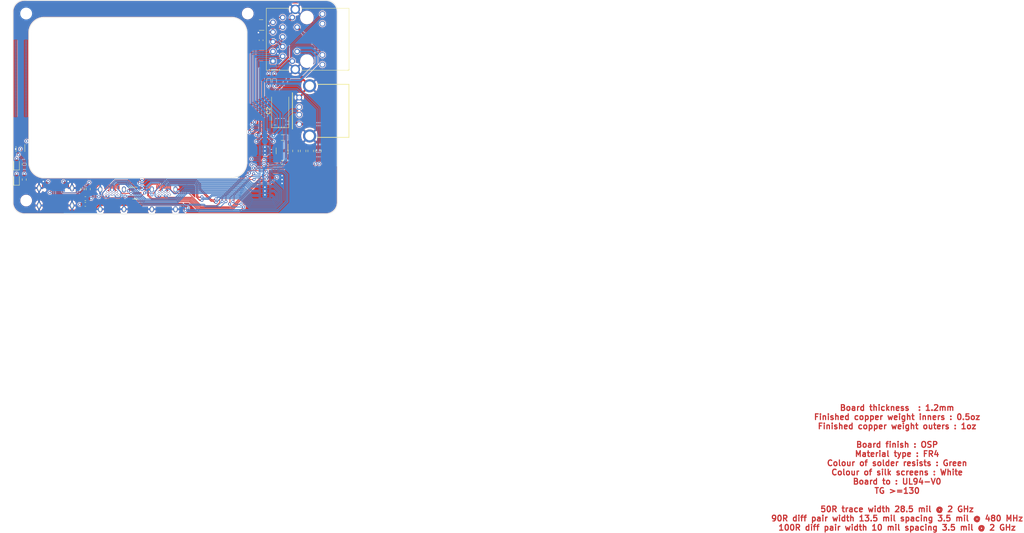
<source format=kicad_pcb>
(kicad_pcb (version 20210424) (generator pcbnew)
  (layers (0 "F.Cu" signal) (1 "In1.Cu" signal) (2 "In2.Cu" signal) (31 "B.Cu" signal) (34 "B.Paste" user) (35 "F.Paste" user) (36 "B.SilkS" user "B.Silkscreen") (37 "F.SilkS" user "F.Silkscreen") (38 "B.Mask" user) (39 "F.Mask" user) (44 "Edge.Cuts" user))
  (net 0 "")
  (net 1 "GND")
  (net 2 "/usb/USB2_HOST_VBUS")
  (net 3 "/+3.3v")
  (net 4 "Net-(C7-Pad1)")
  (net 5 "/hdmi/HDMI_5v")
  (net 6 "Net-(D1-Pad1)")
  (net 7 "Net-(D2-Pad1)")
  (net 8 "/USB2_HOST_N")
  (net 9 "/USB2_HOST_P")
  (net 10 "/AnalogIP0")
  (net 11 "/USB2_DEV_P")
  (net 12 "/USB2_DEV_N")
  (net 13 "/AnalogIP1")
  (net 18 "/HDMI1_HOTPLUG")
  (net 20 "/HDMI1_TX2_P")
  (net 21 "/HDMI1_TX2_N")
  (net 22 "/HDMI1_TX1_P")
  (net 23 "/HDMI1_TX1_N")
  (net 24 "/HDMI1_TX0_P")
  (net 25 "/HDMI1_TX0_N")
  (net 26 "/HDMI1_CLK_P")
  (net 27 "/HDMI1_CLK_N")
  (net 28 "/HDMI1_CEC")
  (net 29 "/HDMI1_SCL")
  (net 30 "/HDMI1_SDA")
  (net 31 "/HDMI0_HOTPLUG")
  (net 33 "/HDMI0_TX2_P")
  (net 34 "/HDMI0_TX2_N")
  (net 35 "/HDMI0_TX1_P")
  (net 36 "/HDMI0_TX1_N")
  (net 37 "/HDMI0_TX0_P")
  (net 38 "/HDMI0_TX0_N")
  (net 39 "/HDMI0_CLK_P")
  (net 40 "/HDMI0_CLK_N")
  (net 41 "/HDMI0_CEC")
  (net 42 "/HDMI0_SCL")
  (net 43 "/HDMI0_SDA")
  (net 47 "/TRD3_P")
  (net 48 "/TRD1_P")
  (net 49 "/TRD3_N")
  (net 50 "/TRD1_N")
  (net 51 "/TRD2_N")
  (net 52 "/TRD0_N")
  (net 53 "/TRD2_P")
  (net 54 "/TRD0_P")
  (net 55 "/ETH_LEDY")
  (net 57 "/ETH_LEDG")
  (net 61 "/nPI_LED_ACTIVITY")
  (net 65 "/TR0_TAP")
  (net 66 "/TR1_TAP")
  (net 67 "/TR2_TAP")
  (net 68 "/TR3_TAP")
  (net 109 "/nPI_LED_PWR")
  (net 155 "Net-(R1-Pad1)")
  (net 156 "Net-(R4-Pad1)")
  (net 157 "Net-(R5-Pad1)")
  (net 158 "Net-(R6-Pad2)")
  (net 160 "/usb/nUSB_CURR_FAULT")
  (net 161 "/usb/+5v")
  (net 162 "Net-(J2-PadA5)")
  (net 163 "Net-(J2-PadB5)")
  (footprint "Package_TO_SOT_SMD:SOT-23" (layer "F.Cu") (at 52 70.57)
    (fp_text reference "U6" hide)
    (fp_text value "RT9742SNGV")
  )
  (footprint "Resistor_SMD:R_0603_1608Metric" (layer "F.Cu") (at 38.25 69.5 -90)
    (fp_text reference "R3" hide)
    (fp_text value "5.1k")
  )
  (footprint "Capacitor_SMD:C_0603_1608Metric" (layer "F.Cu") (at 85 30.5 -90)
    (fp_text reference "C7" hide)
    (fp_text value "100n")
  )
  (footprint "MountingHole:MountingHole_2.7mm_M2.5" (layer "F.Cu") (at 23.5 72.5)
    (fp_text reference "H2" hide)
    (fp_text value "MountingHole" hide)
  )
  (footprint "Resistor_SMD:R_0603_1608Metric" (layer "F.Cu") (at 88.5 40.825 -90)
    (fp_text reference "R4" hide)
    (fp_text value "470R")
  )
  (footprint "Resistor_SMD:R_0603_1608Metric" (layer "F.Cu") (at 23 63 90)
    (fp_text reference "R7" hide)
    (fp_text value "1k")
  )
  (footprint "Package_TO_SOT_SMD:SOT-353_SC-70-5" (layer "F.Cu") (at 22 59 -90)
    (fp_text reference "U7" hide)
    (fp_text value "74LVC1G07SE-7")
  )
  (footprint "Capacitor_SMD:C_0805_2012Metric" (layer "F.Cu") (at 98 59.5 90)
    (fp_text reference "C4" hide)
    (fp_text value "10u")
  )
  (footprint "Capacitor_SMD:C_0805_2012Metric" (layer "F.Cu") (at 94 59.5 90)
    (fp_text reference "C3" hide)
    (fp_text value "10u")
  )
  (footprint "Package_SON:USON-10_2.5x1.0mm_P0.5mm" (layer "F.Cu") (at 85 26.5 180)
    (fp_text reference "U3" hide)
    (fp_text value "TPD4EUSB30" hide)
  )
  (footprint "Capacitor_SMD:C_0805_2012Metric" (layer "F.Cu") (at 96 59.5 90)
    (fp_text reference "C5" hide)
    (fp_text value "10u")
  )
  (footprint "Resistor_SMD:R_0603_1608Metric" (layer "F.Cu") (at 23 67 90)
    (fp_text reference "R6" hide)
    (fp_text value "1k")
  )
  (footprint "Capacitor_SMD:C_0805_2012Metric" (layer "F.Cu") (at 90.5 56 180)
    (fp_text reference "C1" hide)
    (fp_text value "10u")
  )
  (footprint "MountingHole:MountingHole_2.7mm_M2.5" (layer "F.Cu") (at 23.5 23.5)
    (fp_text reference "H1" hide)
    (fp_text value "MountingHole" hide)
  )
  (footprint "cm4crypto:HD-RA-DSF12-TR" (layer "F.Cu") (at 46 76)
    (fp_text reference "J3" hide)
    (fp_text value "HDMI_D" hide)
    (fp_line (start -3.1 -1.5) (end -3.1 -0.95) (layer "Edge.Cuts") (width 0.65))
    (fp_line (start -3.1 -6.675) (end -3.1 -6.125) (layer "Edge.Cuts") (width 0.65))
    (fp_line (start 3.1 -1.5) (end 3.1 -0.95) (layer "Edge.Cuts") (width 0.65))
    (fp_line (start 3.1 -6.675) (end 3.1 -6.125) (layer "Edge.Cuts") (width 0.65))
  )
  (footprint "MountingHole:MountingHole_2.7mm_M2.5" (layer "F.Cu") (at 81.5 23.5)
    (fp_text reference "H3" hide)
    (fp_text value "MountingHole" hide)
  )
  (footprint "Capacitor_SMD:C_0603_1608Metric" (layer "F.Cu") (at 39 73.5)
    (fp_text reference "C8" hide)
    (fp_text value "100n")
  )
  (footprint "cm4crypto:USB4105-GF-A" (layer "F.Cu") (at 31.2 76)
    (fp_text reference "J2" hide)
    (fp_text value "USB_C" hide)
    (fp_line (start 4.32 -7.18) (end 4.32 -6.38) (layer "Edge.Cuts") (width 0.6))
    (fp_line (start -4.32 -2.6) (end -4.32 -1.8) (layer "Edge.Cuts") (width 0.6))
    (fp_line (start 4.32 -2.6) (end 4.32 -1.8) (layer "Edge.Cuts") (width 0.6))
    (fp_line (start -4.32 -7.18) (end -4.32 -6.38) (layer "Edge.Cuts") (width 0.6))
  )
  (footprint "Resistor_SMD:R_0603_1608Metric" (layer "F.Cu") (at 87 40.825 -90)
    (fp_text reference "R5" hide)
    (fp_text value "470R")
  )
  (footprint "LED_SMD:LED_0603_1608Metric" (layer "F.Cu") (at 21 63 90)
    (fp_text reference "D2" hide)
    (fp_text value "LED Green")
  )
  (footprint "Resistor_SMD:R_0603_1608Metric" (layer "F.Cu") (at 90.5 62.5)
    (fp_text reference "R1" hide)
    (fp_text value "15K")
  )
  (footprint "cm4crypto:HD-RA-DSF12-TR" (layer "F.Cu") (at 59.5 76)
    (fp_text reference "J4" hide)
    (fp_text value "HDMI_D" hide)
    (fp_line (start -3.1 -6.675) (end -3.1 -6.125) (layer "Edge.Cuts") (width 0.65))
    (fp_line (start 3.1 -6.675) (end 3.1 -6.125) (layer "Edge.Cuts") (width 0.65))
    (fp_line (start 3.1 -1.5) (end 3.1 -0.95) (layer "Edge.Cuts") (width 0.65))
    (fp_line (start -3.1 -1.5) (end -3.1 -0.95) (layer "Edge.Cuts") (width 0.65))
  )
  (footprint "Package_TO_SOT_SMD:SOT-23-6" (layer "F.Cu") (at 90.5 59.5 -90)
    (fp_text reference "U1" hide)
    (fp_text value "AP22653W6")
  )
  (footprint "Resistor_SMD:R_0603_1608Metric" (layer "F.Cu") (at 39.75 69.5 -90)
    (fp_text reference "R2" hide)
    (fp_text value "5.1k")
  )
  (footprint "cm4crypto:TRJG0926HENL" (layer "F.Cu") (at 97 30.25 90)
    (fp_text reference "U5" hide)
    (fp_text value "MagJack-A70-112-331N126" hide)
  )
  (footprint "LED_SMD:LED_0603_1608Metric" (layer "F.Cu") (at 21 67 90)
    (fp_text reference "D1" hide)
    (fp_text value "LED Red")
  )
  (footprint "cm4crypto:OnShore_USB-A1HSB6" (layer "F.Cu") (at 97.7 49 90)
    (fp_text reference "J1" hide)
    (fp_text value "USB_A")
  )
  (footprint "Capacitor_SMD:C_0603_1608Metric" (layer "F.Cu") (at 39 72 180)
    (fp_text reference "C9" hide)
    (fp_text value "100n")
  )
  (footprint "Capacitor_Tantalum_SMD:CP_EIA-7343-31_Kemet-D" (layer "F.Cu") (at 90 49 90)
    (fp_text reference "C2")
    (fp_text value "100uF")
  )
  (footprint "Capacitor_SMD:C_0805_2012Metric" (layer "F.Cu") (at 100 59.5 90)
    (fp_text reference "C6" hide)
    (fp_text value "10u")
  )
  (footprint "Package_SON:USON-10_2.5x1.0mm_P0.5mm" (layer "B.Cu") (at 89 64)
    (fp_text reference "U2" hide)
    (fp_text value "TPD4EUSB30" hide)
  )
  (footprint "cm4crypto:DF40C-100DP-0.4V(51)" (layer "B.Cu") (at 86 62 180)
    (fp_text reference "Module1" hide)
    (fp_text value "hirose-100" hide)
  )
  (footprint "cm4crypto:DF40C-100DP-0.4V(51)" (layer "B.Cu") (at 22.1 40.5 180)
    (fp_text reference "Module2" hide)
    (fp_text value "hirose-100" hide)
  )
  (footprint "Package_SON:USON-10_2.5x1.0mm_P0.5mm" (layer "B.Cu") (at 85 34.5 180)
    (fp_text reference "U4" hide)
    (fp_text value "TPD4EUSB30" hide)
  )
  (gr_arc (start 102 73) (end 102 76) (angle -90) (layer "Edge.Cuts") (width 0.1))
  (gr_line (start 81.24 28.53) (end 81.24 62.53) (layer "Edge.Cuts") (width 0.1))
  (gr_arc (start 77.24 62.53) (end 77.24 66.53) (angle -90) (layer "Edge.Cuts") (width 0.1))
  (gr_line (start 23 20) (end 102 20) (layer "Edge.Cuts") (width 0.1))
  (gr_line (start 20 73) (end 20 23) (layer "Edge.Cuts") (width 0.1))
  (gr_arc (start 28.24 62.53) (end 28.24 66.53) (angle 90) (layer "Edge.Cuts") (width 0.1))
  (gr_line (start 105 73) (end 105 23) (layer "Edge.Cuts") (width 0.1))
  (gr_arc (start 77.24 28.53) (end 81.24 28.53) (angle -90) (layer "Edge.Cuts") (width 0.1))
  (gr_arc (start 23 73) (end 23 76) (angle 90) (layer "Edge.Cuts") (width 0.1))
  (gr_arc (start 23 23) (end 23 20) (angle -90) (layer "Edge.Cuts") (width 0.1))
  (gr_line (start 77.24 66.53) (end 28.24 66.53) (layer "Edge.Cuts") (width 0.1))
  (gr_line (start 28.24 24.53) (end 77.24 24.53) (layer "Edge.Cuts") (width 0.1))
  (gr_arc (start 102 23) (end 102 20) (angle 90) (layer "Edge.Cuts") (width 0.1))
  (gr_arc (start 28.24 28.53) (end 28.24 24.53) (angle -90) (layer "Edge.Cuts") (width 0.1))
  (gr_line (start 24.24 62.53) (end 24.24 28.53) (layer "Edge.Cuts") (width 0.1))
  (gr_line (start 23 76) (end 102 76) (layer "Edge.Cuts") (width 0.1))
  (gr_text "Board thickness  : 1.2mm\nFinished copper weight inners : 0.5oz\nFinished copper weight outers : 1oz\n\nBoard finish : OSP\nMaterial type : FR4\nColour of solder resists : Green\nColour of silk screens : White\nBoard to : UL94-V0\nTG >=130\n\n50R trace width 28.5 mil @ 2 GHz\n90R diff pair width 13.5 mil spacing 3.5 mil @ 480 MHz\n100R diff pair width 10 mil spacing 3.5 mil @ 2 GHz" (at 251.5 142.5) (layer "F.Cu") (effects (font (size 1.5 1.5) (thickness 0.3))))
  (segment (start 46.6 69.418708) (end 47.2 70.018708) (width 0.2) (layer "F.Cu") (net 1))
  (segment (start 21.35 58.4) (end 20.75 59) (width 0.2) (layer "F.Cu") (net 1))
  (segment (start 60.1 69.418708) (end 60.549521 69.868229) (width 0.2) (layer "F.Cu") (net 1))
  (segment (start 60.549521 69.868229) (end 60.549521 70.029521) (width 0.2) (layer "F.Cu") (net 1))
  (segment (start 60.549521 70.029521) (end 60.7 70.18) (width 0.2) (layer "F.Cu") (net 1))
  (segment (start 47.2 70.018708) (end 47.2 70.18) (width 0.2) (layer "F.Cu") (net 1))
  (segment (start 58.3 70.018708) (end 58.9 69.418708) (width 0.2) (layer "F.Cu") (net 1))
  (segment (start 60.1 68.92) (end 60.1 69.418708) (width 0.2) (layer "F.Cu") (net 1))
  (segment (start 21.35 58.05) (end 21.35 58.4) (width 0.2) (layer "F.Cu") (net 1))
  (segment (start 58.3 70.018708) (end 58.659354 69.659354) (width 0.2) (layer "F.Cu") (net 1))
  (segment (start 58.3 70.18) (end 58.3 70.018708) (width 0.2) (layer "F.Cu") (net 1))
  (segment (start 46.6 68.92) (end 46.6 69.418708) (width 0.2) (layer "F.Cu") (net 1))
  (segment (start 28 68.645) (end 28 67.5) (width 0.6) (layer "F.Cu") (net 1))
  (segment (start 34.4 67.6) (end 34.5 67.5) (width 0.6) (layer "F.Cu") (net 1))
  (segment (start 58.9 69.418708) (end 58.9 68.92) (width 0.2) (layer "F.Cu") (net 1))
  (segment (start 89.55 56) (end 90.5 56.95) (width 0.6) (layer "F.Cu") (net 1))
  (segment (start 34.4 68.645) (end 34.4 67.6) (width 0.6) (layer "F.Cu") (net 1))
  (segment (start 90.5 56.95) (end 90.5 58.3625) (width 0.6) (layer "F.Cu") (net 1))
  (via (at 34.5 67.5) (size 0.8) (drill 0.4) (layers "F.Cu" "B.Cu") (net 1))
  (via (at 86 70) (size 0.8) (drill 0.4) (layers "F.Cu" "B.Cu") (net 1))
  (via (at 86 71) (size 0.8) (drill 0.4) (layers "F.Cu" "B.Cu") (net 1))
  (via (at 28 67.5) (size 0.8) (drill 0.4) (layers "F.Cu" "B.Cu") (net 1))
  (via (at 90.5 68) (size 0.8) (drill 0.4) (layers "F.Cu" "B.Cu") (net 1))
  (via (at 84.3 28.5) (size 0.8) (drill 0.4) (layers "F.Cu" "B.Cu") (net 1))
  (via (at 20.75 59) (size 0.8) (drill 0.4) (layers "F.Cu" "B.Cu") (net 1))
  (via (at 90.5 67) (size 0.8) (drill 0.4) (layers "F.Cu" "B.Cu") (net 1))
  (via (at 87 26.7) (size 0.8) (drill 0.4) (layers "F.Cu" "B.Cu") (net 1))
  (via (at 86 69) (size 0.8) (drill 0.4) (layers "F.Cu" "B.Cu") (net 1))
  (via (at 89.4 34) (size 0.8) (drill 0.4) (layers "F.Cu" "B.Cu") (net 1))
  (via (at 90.5 66) (size 0.8) (drill 0.4) (layers "F.Cu" "B.Cu") (net 1))
  (via (at 89.4 32.8) (size 0.8) (drill 0.4) (layers "F.Cu" "B.Cu") (net 1))
  (segment (start 87.355 67) (end 88.7 67) (width 0.2) (layer "B.Cu") (net 1))
  (segment (start 88.615 64) (end 89.385 64) (width 0.2) (layer "B.Cu") (net 1))
  (segment (start 87.885 63.8) (end 88.085 64) (width 0.2) (layer "B.Cu") (net 1))
  (segment (start 89.9 66) (end 89.5 65.6) (width 0.2) (layer "B.Cu") (net 1))
  (segment (start 86 71) (end 86 71.8) (width 0.2) (layer "B.Cu") (net 1))
  (segment (start 88.281112 65.6) (end 87.681112 65) (width 0.2) (layer "B.Cu") (net 1))
  (segment (start 88.9 67.2) (end 89.4 67.2) (width 0.2) (layer "B.Cu") (net 1))
  (segment (start 89.4 67.2) (end 89.9 66.7) (width 0.2) (layer "B.Cu") (net 1))
  (segment (start 87.355 63.8) (end 87.885 63.8) (width 0.2) (layer "B.Cu") (net 1))
  (segment (start 86 71.8) (end 87.355 71.8) (width 0.2) (layer "B.Cu") (net 1))
  (segment (start 84.645 71.8) (end 86 71.8) (width 0.2) (layer "B.Cu") (net 1))
  (segment (start 89.5 65.6) (end 88.281112 65.6) (width 0.2) (layer "B.Cu") (net 1))
  (segment (start 89.9 66.7) (end 89.9 66) (width 0.2) (layer "B.Cu") (net 1))
  (segment (start 87.681112 65) (end 87.355 65) (width 0.2) (layer "B.Cu") (net 1))
  (segment (start 88.7 67) (end 88.9 67.2) (width 0.2) (layer "B.Cu") (net 1))
  (segment (start 88.085 64) (end 88.615 64) (width 0.2) (layer "B.Cu") (net 1))
  (segment (start 102 52.5) (end 94.99 52.5) (width 0.6) (layer "F.Cu") (net 2))
  (segment (start 96 60.45) (end 98 60.45) (width 0.6) (layer "F.Cu") (net 2))
  (segment (start 102.05 60.45) (end 102.5 60) (width 0.6) (layer "F.Cu") (net 2))
  (segment (start 91.45 60.000128) (end 91.725064 59.725064) (width 0.6) (layer "F.Cu") (net 2))
  (segment (start 90 52.1125) (end 94.6025 52.1125) (width 0.6) (layer "F.Cu") (net 2))
  (segment (start 93.225064 59.725064) (end 93.95 60.45) (width 0.6) (layer "F.Cu") (net 2))
  (segment (start 102.5 53) (end 102 52.5) (width 0.6) (layer "F.Cu") (net 2))
  (segment (start 94 60.45) (end 96 60.45) (width 0.6) (layer "F.Cu") (net 2))
  (segment (start 94.6025 52.1125) (end 94.99 52.5) (width 0.6) (layer "F.Cu") (net 2))
  (segment (start 93.95 60.45) (end 94 60.45) (width 0.6) (layer "F.Cu") (net 2))
  (segment (start 98 60.45) (end 100 60.45) (width 0.6) (layer "F.Cu") (net 2))
  (segment (start 102.5 60) (end 102.5 53) (width 0.6) (layer "F.Cu") (net 2))
  (segment (start 100 60.45) (end 102.05 60.45) (width 0.6) (layer "F.Cu") (net 2))
  (segment (start 91.45 60.6375) (end 91.45 60.000128) (width 0.6) (layer "F.Cu") (net 2))
  (segment (start 91.725064 59.725064) (end 93.225064 59.725064) (width 0.6) (layer "F.Cu") (net 2))
  (segment (start 21 66.2125) (end 21 65.5) (width 0.6) (layer "F.Cu") (net 3))
  (segment (start 22.65 59.95) (end 22.65 59.65) (width 0.2) (layer "F.Cu") (net 3))
  (segment (start 22.65 59.65) (end 22 59) (width 0.2) (layer "F.Cu") (net 3))
  (segment (start 21 62.2125) (end 21 61.5) (width 0.6) (layer "F.Cu") (net 3))
  (via (at 21 65.5) (size 0.8) (drill 0.4) (layers "F.Cu" "B.Cu") (net 3))
  (via (at 21 61.5) (size 0.8) (drill 0.4) (layers "F.Cu" "B.Cu") (net 3))
  (via (at 22 59) (size 0.8) (drill 0.4) (layers "F.Cu" "B.Cu") (net 3))
  (via (at 23.6 56.9) (size 0.8) (drill 0.4) (layers "F.Cu" "B.Cu") (net 3))
  (via (at 82.5 61.6) (size 0.8) (drill 0.4) (layers "F.Cu" "B.Cu") (net 3))
  (segment (start 82.7 61.8) (end 82.5 61.6) (width 0.2) (layer "B.Cu") (net 3))
  (segment (start 84.645 61.8) (end 82.7 61.8) (width 0.2) (layer "B.Cu") (net 3))
  (segment (start 84.645 61.4) (end 82.7 61.4) (width 0.2) (layer "B.Cu") (net 3))
  (segment (start 82.7 61.4) (end 82.5 61.6) (width 0.2) (layer "B.Cu") (net 3))
  (segment (start 85 29.725) (end 86.95 29.725) (width 0.6) (layer "F.Cu") (net 4))
  (segment (start 88.11 30.885) (end 89.38 30.885) (width 0.6) (layer "F.Cu") (net 4))
  (segment (start 86.95 29.725) (end 88.11 30.885) (width 0.6) (layer "F.Cu") (net 4))
  (segment (start 89.38 30.885) (end 90.65 32.155) (width 0.6) (layer "F.Cu") (net 4))
  (segment (start 50.23 71.52) (end 51.0625 71.52) (width 0.2) (layer "F.Cu") (net 5))
  (segment (start 44.05 72.05) (end 43.56 71.56) (width 0.2) (layer "F.Cu") (net 5))
  (segment (start 53.48 71.52) (end 51.0625 71.52) (width 0.2) (layer "F.Cu") (net 5))
  (segment (start 39.775 72) (end 40.5 72) (width 0.2) (layer "F.Cu") (net 5))
  (segment (start 43.56 70.44) (end 43.56 71.5) (width 0.2) (layer "F.Cu") (net 5))
  (segment (start 49.7 72.05) (end 44.05 72.05) (width 0.2) (layer "F.Cu") (net 5))
  (segment (start 49.7 72.05) (end 50 71.75) (width 0.2) (layer "F.Cu") (net 5))
  (segment (start 43.56 71.56) (end 43.56 71.5) (width 0.2) (layer "F.Cu") (net 5))
  (segment (start 54 71) (end 53.48 71.52) (width 0.2) (layer "F.Cu") (net 5))
  (segment (start 43.655 70.345) (end 43.56 70.44) (width 0.2) (layer "F.Cu") (net 5))
  (segment (start 43.655 70.345) (end 44.2 69.8) (width 0.2) (layer "F.Cu") (net 5))
  (segment (start 56.430593 70.991346) (end 57.7 69.721939) (width 0.2) (layer "F.Cu") (net 5))
  (segment (start 54.5 70.5) (end 53.48 71.52) (width 0.2) (layer "F.Cu") (net 5))
  (segment (start 43.655 70.345) (end 43.81 70.19) (width 0.2) (layer "F.Cu") (net 5))
  (segment (start 57.7 69.721939) (end 57.7 68.92) (width 0.2) (layer "F.Cu") (net 5))
  (segment (start 49.7 72.05) (end 50.23 71.52) (width 0.2) (layer "F.Cu") (net 5))
  (segment (start 44.2 69.8) (end 44.2 68.92) (width 0.2) (layer "F.Cu") (net 5))
  (segment (start 42.5 71.5) (end 43.56 71.5) (width 0.2) (layer "F.Cu") (net 5))
  (via (at 40.5 72) (size 0.8) (drill 0.4) (layers "F.Cu" "B.Cu") (net 5))
  (via (at 56.430593 70.991346) (size 0.8) (drill 0.4) (layers "F.Cu" "B.Cu") (net 5))
  (via (at 42.5 71.5) (size 0.8) (drill 0.4) (layers "F.Cu" "B.Cu") (net 5))
  (via (at 54.5 70.5) (size 0.8) (drill 0.4) (layers "F.Cu" "B.Cu") (net 5))
  (segment (start 55.939247 70.5) (end 56.430593 70.991346) (width 0.2) (layer "B.Cu") (net 5))
  (segment (start 41 71.5) (end 42.5 71.5) (width 0.2) (layer "B.Cu") (net 5))
  (segment (start 54.5 70.5) (end 55.939247 70.5) (width 0.2) (layer "B.Cu") (net 5))
  (segment (start 40.5 72) (end 41 71.5) (width 0.2) (layer "B.Cu") (net 5))
  (segment (start 21 67.7875) (end 22.9625 67.7875) (width 0.6) (layer "F.Cu") (net 6))
  (segment (start 22.9625 67.7875) (end 23 67.825) (width 0.6) (layer "F.Cu") (net 6))
  (segment (start 22.9625 63.7875) (end 23 63.825) (width 0.6) (layer "F.Cu") (net 7))
  (segment (start 21 63.7875) (end 22.9625 63.7875) (width 0.6) (layer "F.Cu") (net 7))
  (segment (start 87.355 63.4) (end 87.9 63.4) (width 0.2) (layer "B.Cu") (net 8))
  (segment (start 91.72 50.591128) (end 93.091128 49.22) (width 0.35) (layer "B.Cu") (net 8))
  (segment (start 87.9 63.4) (end 88 63.5) (width 0.2) (layer "B.Cu") (net 8))
  (segment (start 89.797501 63.5) (end 89.827501 63.47) (width 0.35) (layer "B.Cu") (net 8))
  (segment (start 88 63.5) (end 88.615 63.5) (width 0.2) (layer "B.Cu") (net 8))
  (segment (start 93.091128 49.22) (end 94.21 49.22) (width 0.35) (layer "B.Cu") (net 8))
  (segment (start 91.72 62.091128) (end 91.72 50.591128) (width 0.35) (layer "B.Cu") (net 8))
  (segment (start 88.615 63.5) (end 89.385 63.5) (width 0.2) (layer "B.Cu") (net 8))
  (segment (start 94.21 49.22) (end 94.99 50) (width 0.35) (layer "B.Cu") (net 8))
  (segment (start 89.385 63.5) (end 89.797501 63.5) (width 0.35) (layer "B.Cu") (net 8))
  (segment (start 90.341128 63.47) (end 91.72 62.091128) (width 0.35) (layer "B.Cu") (net 8))
  (segment (start 89.827501 63.47) (end 90.341128 63.47) (width 0.35) (layer "B.Cu") (net 8))
  (segment (start 91.28 50.408872) (end 92.908872 48.78) (width 0.35) (layer "B.Cu") (net 9))
  (segment (start 92.908872 48.78) (end 94.21 48.78) (width 0.35) (layer "B.Cu") (net 9))
  (segment (start 89.827501 63.03) (end 90.158872 63.03) (width 0.35) (layer "B.Cu") (net 9))
  (segment (start 89.797501 63) (end 89.827501 63.03) (width 0.35) (layer "B.Cu") (net 9))
  (segment (start 88.615 63) (end 89.385 63) (width 0.2) (layer "B.Cu") (net 9))
  (segment (start 94.21 48.78) (end 94.99 48) (width 0.35) (layer "B.Cu") (net 9))
  (segment (start 91.28 61.908872) (end 91.28 50.408872) (width 0.35) (layer "B.Cu") (net 9))
  (segment (start 89.385 63) (end 89.797501 63) (width 0.35) (layer "B.Cu") (net 9))
  (segment (start 87.355 63) (end 88.615 63) (width 0.2) (layer "B.Cu") (net 9))
  (segment (start 90.158872 63.03) (end 91.28 61.908872) (width 0.35) (layer "B.Cu") (net 9))
  (segment (start 42.384016 73.270489) (end 64.313195 73.270489) (width 0.35) (layer "F.Cu") (net 11))
  (segment (start 65.466512 74.087186) (end 65.814663 74.435337) (width 0.35) (layer "F.Cu") (net 11))
  (segment (start 31.95 68.645) (end 31.95 69.3) (width 0.35) (layer "F.Cu") (net 11))
  (segment (start 33.841128 75.03) (end 40.624505 75.03) (width 0.35) (layer "F.Cu") (net 11))
  (segment (start 30.95 68.645) (end 30.95 69.55) (width 0.35) (layer "F.Cu") (net 11))
  (segment (start 31.95 69.3) (end 31.7 69.55) (width 0.35) (layer "F.Cu") (net 11))
  (segment (start 64.313195 73.270489) (end 65.129892 74.087186) (width 0.35) (layer "F.Cu") (net 11))
  (segment (start 31.7 69.55) (end 30.95 69.55) (width 0.35) (layer "F.Cu") (net 11))
  (segment (start 30.95 69.55) (end 30.95 72.138872) (width 0.35) (layer "F.Cu") (net 11))
  (segment (start 65.129892 74.087186) (end 65.466512 74.087186) (width 0.35) (layer "F.Cu") (net 11))
  (segment (start 30.95 72.138872) (end 31.42 72.608872) (width 0.35) (layer "F.Cu") (net 11))
  (segment (start 30.95 72.138872) (end 33.841128 75.03) (width 0.35) (layer "F.Cu") (net 11))
  (segment (start 40.624505 75.03) (end 42.384016 73.270489) (width 0.35) (layer "F.Cu") (net 11))
  (via (at 65.814663 74.435337) (size 0.8) (drill 0.4) (layers "F.Cu" "B.Cu") (net 11))
  (segment (start 89.385 65) (end 89.797501 65) (width 0.35) (layer "B.Cu") (net 11))
  (segment (start 87.690556 64.6) (end 88.090556 65) (width 0.2) (layer "B.Cu") (net 11))
  (segment (start 89.827501 64.97) (end 90.658872 64.97) (width 0.35) (layer "B.Cu") (net 11))
  (segment (start 91.53 65.841128) (end 91.53 72.658872) (width 0.35) (layer "B.Cu") (net 11))
  (segment (start 65.814663 74.753536) (end 65.814663 74.435337) (width 0.35) (layer "B.Cu") (net 11))
  (segment (start 87.690556 64.6) (end 87.920278 64.829722) (width 0.2) (layer "B.Cu") (net 11))
  (segment (start 89.259371 74.929501) (end 65.990628 74.929501) (width 0.35) (layer "B.Cu") (net 11))
  (segment (start 91.53 72.658872) (end 89.259371 74.929501) (width 0.35) (layer "B.Cu") (net 11))
  (segment (start 65.990628 74.929501) (end 65.814663 74.753536) (width 0.35) (layer "B.Cu") (net 11))
  (segment (start 90.658872 64.97) (end 91.53 65.841128) (width 0.35) (layer "B.Cu") (net 11))
  (segment (start 88.615 65) (end 89.385 65) (width 0.2) (layer "B.Cu") (net 11))
  (segment (start 89.797501 65) (end 89.827501 64.97) (width 0.35) (layer "B.Cu") (net 11))
  (segment (start 87.355 64.6) (end 87.690556 64.6) (width 0.2) (layer "B.Cu") (net 11))
  (segment (start 88.090556 65) (end 88.615 65) (width 0.2) (layer "B.Cu") (net 11))
  (segment (start 40.806746 75.47) (end 42.566266 73.71048) (width 0.35) (layer "F.Cu") (net 12))
  (segment (start 31.25 67.75) (end 31.45 67.95) (width 0.35) (layer "F.Cu") (net 12))
  (segment (start 64.818764 74.398314) (end 64.818764 74.69809) (width 0.35) (layer "F.Cu") (net 12))
  (segment (start 30.45 68.645) (end 30.45 67.94388) (width 0.35) (layer "F.Cu") (net 12))
  (segment (start 64.818764 74.69809) (end 65.185337 75.064663) (width 0.35) (layer "F.Cu") (net 12))
  (segment (start 31.45 67.95) (end 31.45 68.645) (width 0.35) (layer "F.Cu") (net 12))
  (segment (start 30.45 67.94388) (end 30.64388 67.75) (width 0.35) (layer "F.Cu") (net 12))
  (segment (start 64.13093 73.71048) (end 64.818764 74.398314) (width 0.35) (layer "F.Cu") (net 12))
  (segment (start 30.45 68.645) (end 30.45 72.261128) (width 0.35) (layer "F.Cu") (net 12))
  (segment (start 30.45 72.261128) (end 30.98 72.791128) (width 0.35) (layer "F.Cu") (net 12))
  (segment (start 30.64388 67.75) (end 31.25 67.75) (width 0.35) (layer "F.Cu") (net 12))
  (segment (start 42.566266 73.71048) (end 64.13093 73.71048) (width 0.35) (layer "F.Cu") (net 12))
  (segment (start 30.45 72.261128) (end 33.658872 75.47) (width 0.35) (layer "F.Cu") (net 12))
  (segment (start 33.658872 75.47) (end 40.806746 75.47) (width 0.35) (layer "F.Cu") (net 12))
  (via (at 65.185337 75.064663) (size 0.8) (drill 0.4) (layers "F.Cu" "B.Cu") (net 12))
  (segment (start 87.7 64.2) (end 88 64.5) (width 0.2) (layer "B.Cu") (net 12))
  (segment (start 90.841128 64.53) (end 91.97 65.658872) (width 0.35) (layer "B.Cu") (net 12))
  (segment (start 89.827501 64.53) (end 90.841128 64.53) (width 0.35) (layer "B.Cu") (net 12))
  (segment (start 88.615 64.5) (end 89.385 64.5) (width 0.2) (layer "B.Cu") (net 12))
  (segment (start 89.797501 64.5) (end 89.827501 64.53) (width 0.35) (layer "B.Cu") (net 12))
  (segment (start 91.97 65.658872) (end 91.97 72.841128) (width 0.35) (layer "B.Cu") (net 12))
  (segment (start 89.441627 75.369501) (end 65.808374 75.369501) (width 0.35) (layer "B.Cu") (net 12))
  (segment (start 89.385 64.5) (end 89.797501 64.5) (width 0.35) (layer "B.Cu") (net 12))
  (segment (start 65.808374 75.369501) (end 65.503536 75.064663) (width 0.35) (layer "B.Cu") (net 12))
  (segment (start 87.355 64.2) (end 87.7 64.2) (width 0.2) (layer "B.Cu") (net 12))
  (segment (start 88 64.5) (end 88.615 64.5) (width 0.2) (layer "B.Cu") (net 12))
  (segment (start 65.503536 75.064663) (end 65.185337 75.064663) (width 0.35) (layer "B.Cu") (net 12))
  (segment (start 91.97 72.841128) (end 89.441627 75.369501) (width 0.35) (layer "B.Cu") (net 12))
  (segment (start 86.25 64.7) (end 86.45 64.9) (width 0.2) (layer "F.Cu") (net 18))
  (segment (start 73.35 73.8) (end 69.3 73.8) (width 0.2) (layer "F.Cu") (net 18))
  (segment (start 62.28 70.6) (end 61.3 69.62) (width 0.2) (layer "F.Cu") (net 18))
  (segment (start 66.1 70.6) (end 62.28 70.6) (width 0.2) (layer "F.Cu") (net 18))
  (segment (start 74.1 72.15) (end 74.1 73.05) (width 0.2) (layer "F.Cu") (net 18))
  (segment (start 86.2 64.65) (end 86.45 64.9) (width 0.2) (layer "F.Cu") (net 18))
  (segment (start 69.3 73.8) (end 66.1 70.6) (width 0.2) (layer "F.Cu") (net 18))
  (segment (start 81.6 64.65) (end 86.2 64.65) (width 0.2) (layer "F.Cu") (net 18))
  (segment (start 81.6 64.65) (end 82.15 64.65) (width 0.2) (layer "F.Cu") (net 18))
  (segment (start 74.1 73.05) (end 73.35 73.8) (width 0.2) (layer "F.Cu") (net 18))
  (segment (start 81.6 64.65) (end 74.1 72.15) (width 0.2) (layer "F.Cu") (net 18))
  (segment (start 61.3 69.62) (end 61.3 68.92) (width 0.2) (layer "F.Cu") (net 18))
  (segment (start 74.1 72.15) (end 74.1 72.2) (width 0.2) (layer "F.Cu") (net 18))
  (via (at 86.45 64.9) (size 0.8) (drill 0.4) (layers "F.Cu" "B.Cu") (net 18))
  (segment (start 86.45 65) (end 86.45 64.9) (width 0.2) (layer "B.Cu") (net 18))
  (segment (start 86.85 65.4) (end 86.75 65.3) (width 0.2) (layer "B.Cu") (net 18))
  (segment (start 87.355 65.4) (end 86.85 65.4) (width 0.2) (layer "B.Cu") (net 18))
  (segment (start 86.75 65.3) (end 86.45 65) (width 0.2) (layer "B.Cu") (net 18))
  (segment (start 69.5 72.445) (end 68.945 72.445) (width 0.254) (layer "F.Cu") (net 20))
  (segment (start 60.9 68.92) (end 60.9 68.545) (width 0.254) (layer "F.Cu") (net 20))
  (segment (start 60.872 68.371246) (end 61.171246 68.072) (width 0.254) (layer "F.Cu") (net 20))
  (segment (start 68.078 68.571246) (end 68.078 71.571246) (width 0.254) (layer "F.Cu") (net 20))
  (segment (start 68.378377 71.871623) (end 68.378377 71.878377) (width 0.254) (layer "F.Cu") (net 20))
  (segment (start 68.378377 71.878377) (end 68.945 72.445) (width 0.254) (layer "F.Cu") (net 20))
  (segment (start 60.872 68.517) (end 60.872 68.371246) (width 0.254) (layer "F.Cu") (net 20))
  (segment (start 67.578754 68.072) (end 68.078 68.571246) (width 0.254) (layer "F.Cu") (net 20))
  (segment (start 60.9 68.545) (end 60.872 68.517) (width 0.254) (layer "F.Cu") (net 20))
  (segment (start 61.171246 68.072) (end 67.578754 68.072) (width 0.254) (layer "F.Cu") (net 20))
  (segment (start 68.078 71.571246) (end 68.378377 71.871623) (width 0.254) (layer "F.Cu") (net 20))
  (segment (start 68.945 72.445) (end 68.75 72.25) (width 0.254) (layer "F.Cu") (net 20))
  (via (at 69.5 72.445) (size 0.8) (drill 0.4) (layers "F.Cu" "B.Cu") (net 20))
  (segment (start 79.62112 71.3255) (end 72.167746 71.3255) (width 0.254) (layer "B.Cu") (net 20))
  (segment (start 87.850001 68.6) (end 87.878001 68.628) (width 0.254) (layer "B.Cu") (net 20))
  (segment (start 87.355 68.6) (end 87.850001 68.6) (width 0.254) (layer "B.Cu") (net 20))
  (segment (start 72.167746 71.3255) (end 71.321246 72.172) (width 0.254) (layer "B.Cu") (net 20))
  (segment (start 88.642745 73.850501) (end 82.146121 73.850501) (width 0.254) (layer "B.Cu") (net 20))
  (segment (start 89.847 70.103754) (end 89.847 72.646246) (width 0.254) (layer "B.Cu") (net 20))
  (segment (start 87.878001 68.628) (end 88.371246 68.628) (width 0.254) (layer "B.Cu") (net 20))
  (segment (start 69.773 72.172) (end 69.5 72.445) (width 0.254) (layer "B.Cu") (net 20))
  (segment (start 71.321246 72.172) (end 69.773 72.172) (width 0.254) (layer "B.Cu") (net 20))
  (segment (start 79.62112 71.3255) (end 79.2755 71.3255) (width 0.254) (layer "B.Cu") (net 20))
  (segment (start 88.371246 68.628) (end 89.847 70.103754) (width 0.254) (layer "B.Cu") (net 20))
  (segment (start 82.146121 73.850501) (end 79.62112 71.3255) (width 0.254) (layer "B.Cu") (net 20))
  (segment (start 89.847 72.646246) (end 88.642745 73.850501) (width 0.254) (layer "B.Cu") (net 20))
  (segment (start 68.422 71.428754) (end 68.621623 71.628377) (width 0.254) (layer "F.Cu") (net 21))
  (segment (start 60.528 68.228754) (end 61.028754 67.728) (width 0.254) (layer "F.Cu") (net 21))
  (segment (start 68.422 68.428754) (end 68.422 71.428754) (width 0.254) (layer "F.Cu") (net 21))
  (segment (start 60.5 68.92) (end 60.5 68.545) (width 0.254) (layer "F.Cu") (net 21))
  (segment (start 60.528 68.517) (end 60.528 68.228754) (width 0.254) (layer "F.Cu") (net 21))
  (segment (start 60.5 68.545) (end 60.528 68.517) (width 0.254) (layer "F.Cu") (net 21))
  (segment (start 67.721246 67.728) (end 68.422 68.428754) (width 0.254) (layer "F.Cu") (net 21))
  (segment (start 68.621623 71.628377) (end 69.426623 71.628377) (width 0.254) (layer "F.Cu") (net 21))
  (segment (start 69.426623 71.628377) (end 69.5 71.555) (width 0.254) (layer "F.Cu") (net 21))
  (segment (start 61.028754 67.728) (end 67.721246 67.728) (width 0.254) (layer "F.Cu") (net 21))
  (via (at 69.5 71.555) (size 0.8) (drill 0.4) (layers "F.Cu" "B.Cu") (net 21))
  (segment (start 88.228754 68.972) (end 89.503 70.246246) (width 0.254) (layer "B.Cu") (net 21))
  (segment (start 82.287931 73.506501) (end 79.76293 70.9815) (width 0.254) (layer "B.Cu") (net 21))
  (segment (start 79.76293 70.9815) (end 72.025254 70.9815) (width 0.254) (layer "B.Cu") (net 21))
  (segment (start 89.503 72.503754) (end 88.500253 73.506501) (width 0.254) (layer "B.Cu") (net 21))
  (segment (start 72.025254 70.9815) (end 71.178754 71.828) (width 0.254) (layer "B.Cu") (net 21))
  (segment (start 89.503 70.246246) (end 89.503 72.503754) (width 0.254) (layer "B.Cu") (net 21))
  (segment (start 71.178754 71.828) (end 69.773 71.828) (width 0.254) (layer "B.Cu") (net 21))
  (segment (start 87.355 69) (end 87.850001 69) (width 0.254) (layer "B.Cu") (net 21))
  (segment (start 69.773 71.828) (end 69.5 71.555) (width 0.254) (layer "B.Cu") (net 21))
  (segment (start 79.76293 70.9815) (end 79.1185 70.9815) (width 0.254) (layer "B.Cu") (net 21))
  (segment (start 88.500253 73.506501) (end 82.287931 73.506501) (width 0.254) (layer "B.Cu") (net 21))
  (segment (start 87.850001 69) (end 87.878001 68.972) (width 0.254) (layer "B.Cu") (net 21))
  (segment (start 87.878001 68.972) (end 88.228754 68.972) (width 0.254) (layer "B.Cu") (net 21))
  (segment (start 80.47348 69.263) (end 64.987 69.263) (width 0.254) (layer "B.Cu") (net 22))
  (segment (start 60.328 70.952) (end 60.3 70.98) (width 0.254) (layer "B.Cu") (net 22))
  (segment (start 82.58248 71.372) (end 80.47348 69.263) (width 0.254) (layer "B.Cu") (net 22))
  (segment (start 64.987 69.263) (end 67.117245 69.263) (width 0.254) (layer "B.Cu") (net 22))
  (segment (start 80.47348 69.263) (end 80.137 69.263) (width 0.254) (layer "B.Cu") (net 22))
  (segment (start 60.75 71.75) (end 62.5 71.75) (width 0.254) (layer "B.Cu") (net 22))
  (segment (start 84.121999 71.372) (end 82.58248 71.372) (width 0.254) (layer "B.Cu") (net 22))
  (segment (start 60.3 70.98) (end 60.3 71.3) (width 0.254) (layer "B.Cu") (net 22))
  (segment (start 60.3 71.3) (end 60.75 71.75) (width 0.254) (layer "B.Cu") (net 22))
  (segment (start 84.149999 71.4) (end 84.121999 71.372) (width 0.254) (layer "B.Cu") (net 22))
  (segment (start 62.5 71.75) (end 64.987 69.263) (width 0.254) (layer "B.Cu") (net 22))
  (segment (start 84.645 71.4) (end 84.149999 71.4) (width 0.254) (layer "B.Cu") (net 22))
  (segment (start 60.378748 69.5) (end 60.375269 69.503479) (width 0.254) (layer "B.Cu") (net 23))
  (segment (start 84.645 71) (end 84.149999 71) (width 0.254) (layer "B.Cu") (net 23))
  (segment (start 60.378748 69.5) (end 60.023479 69.855269) (width 0.254) (layer "B.Cu") (net 23))
  (segment (start 62.25 70.75) (end 61 69.5) (width 0.254) (layer "B.Cu") (net 23))
  (segment (start 80.61529 68.919) (end 80.369 68.919) (width 0.254) (layer "B.Cu") (net 23))
  (segment (start 84.121999 71.028) (end 82.72429 71.028) (width 0.254) (layer "B.Cu") (net 23))
  (segment (start 80.61529 68.919) (end 64.61137 68.919) (width 0.254) (layer "B.Cu") (net 23))
  (segment (start 60.023479 69.855269) (end 60.023479 70.303479) (width 0.254) (layer "B.Cu") (net 23))
  (segment (start 60.023479 70.303479) (end 59.9 70.18) (width 0.254) (layer "B.Cu") (net 23))
  (segment (start 64.61137 68.919) (end 62.78037 70.75) (width 0.254) (layer "B.Cu") (net 23))
  (segment (start 64.61137 68.919) (end 64.53037 69) (width 0.254) (layer "B.Cu") (net 23))
  (segment (start 62.78037 70.75) (end 62.25 70.75) (width 0.254) (layer "B.Cu") (net 23))
  (segment (start 61 69.5) (end 60.378748 69.5) (width 0.254) (layer "B.Cu") (net 23))
  (segment (start 84.149999 71) (end 84.121999 71.028) (width 0.254) (layer "B.Cu") (net 23))
  (segment (start 82.72429 71.028) (end 80.61529 68.919) (width 0.254) (layer "B.Cu") (net 23))
  (segment (start 72.805418 72.977418) (end 72.5 72.672) (width 0.254) (layer "F.Cu") (net 24))
  (segment (start 67.891254 67.3845) (end 68.828 68.321246) (width 0.254) (layer "F.Cu") (net 24))
  (segment (start 60.658746 67.3845) (end 67.891254 67.3845) (width 0.254) (layer "F.Cu") (net 24))
  (segment (start 59.7 68.92) (end 59.7 68.545) (width 0.254) (layer "F.Cu") (net 24))
  (segment (start 59.672 68.517) (end 59.672 68.371246) (width 0.254) (layer "F.Cu") (net 24))
  (segment (start 73.175553 72.977418) (end 72.805418 72.977418) (width 0.254) (layer "F.Cu") (net 24))
  (segment (start 71.928754 72.672) (end 72.5 72.672) (width 0.254) (layer "F.Cu") (net 24))
  (segment (start 59.7 68.545) (end 59.672 68.517) (width 0.254) (layer "F.Cu") (net 24))
  (segment (start 68.828 68.321246) (end 68.828 69.571246) (width 0.254) (layer "F.Cu") (net 24))
  (segment (start 68.828 69.571246) (end 71.928754 72.672) (width 0.254) (layer "F.Cu") (net 24))
  (segment (start 59.672 68.371246) (end 60.658746 67.3845) (width 0.254) (layer "F.Cu") (net 24))
  (via (at 73.175553 72.977418) (size 0.8) (drill 0.4) (layers "F.Cu" "B.Cu") (net 24))
  (segment (start 87.878001 67.428) (end 87.850001 67.4) (width 0.254) (layer "B.Cu") (net 24))
  (segment (start 90.5345 69.791254) (end 88.171246 67.428) (width 0.254) (layer "B.Cu") (net 24))
  (segment (start 90.5345 72.958746) (end 90.5345 69.791254) (width 0.254) (layer "B.Cu") (net 24))
  (segment (start 81.862001 74.538001) (end 88.955245 74.538001) (width 0.254) (layer "B.Cu") (net 24))
  (segment (start 73.175553 72.977418) (end 73.272582 72.977418) (width 0.254) (layer "B.Cu") (net 24))
  (segment (start 87.850001 67.4) (end 87.355 67.4) (width 0.254) (layer "B.Cu") (net 24))
  (segment (start 73.272582 72.977418) (end 74.237 72.013) (width 0.254) (layer "B.Cu") (net 24))
  (segment (start 88.955245 74.538001) (end 90.5345 72.958746) (width 0.254) (layer "B.Cu") (net 24))
  (segment (start 74.237 72.013) (end 79.337 72.013) (width 0.254) (layer "B.Cu") (net 24))
  (segment (start 88.171246 67.428) (end 87.878001 67.428) (width 0.254) (layer "B.Cu") (net 24))
  (segment (start 79.337 72.013) (end 81.862001 74.538001) (width 0.254) (layer "B.Cu") (net 24))
  (segment (start 73.272582 72.977418) (end 73.65 72.6) (width 0.254) (layer "B.Cu") (net 24))
  (segment (start 59.3 68.92) (end 59.3 68.545) (width 0.254) (layer "F.Cu") (net 25))
  (segment (start 60.516254 67.0405) (end 68.033746 67.0405) (width 0.254) (layer "F.Cu") (net 25))
  (segment (start 59.328 68.517) (end 59.328 68.228754) (width 0.254) (layer "F.Cu") (net 25))
  (segment (start 72.071246 72.328) (end 72.934971 72.328) (width 0.254) (layer "F.Cu") (net 25))
  (segment (start 69.172 68.178754) (end 69.172 69.428754) (width 0.254) (layer "F.Cu") (net 25))
  (segment (start 59.3 68.545) (end 59.328 68.517) (width 0.254) (layer "F.Cu") (net 25))
  (segment (start 69.172 69.428754) (end 72.071246 72.328) (width 0.254) (layer "F.Cu") (net 25))
  (segment (start 72.934971 72.328) (end 73.175553 72.087418) (width 0.254) (layer "F.Cu") (net 25))
  (segment (start 59.328 68.228754) (end 60.516254 67.0405) (width 0.254) (layer "F.Cu") (net 25))
  (segment (start 68.033746 67.0405) (end 69.172 68.178754) (width 0.254) (layer "F.Cu") (net 25))
  (via (at 73.175553 72.087418) (size 0.8) (drill 0.4) (layers "F.Cu" "B.Cu") (net 25))
  (segment (start 88.028754 67.772) (end 90.1905 69.933746) (width 0.254) (layer "B.Cu") (net 25))
  (segment (start 87.850001 67.8) (end 87.878001 67.772) (width 0.254) (layer "B.Cu") (net 25))
  (segment (start 90.1905 69.933746) (end 90.1905 72.816254) (width 0.254) (layer "B.Cu") (net 25))
  (segment (start 79.47881 71.669) (end 79.369 71.669) (width 0.254) (layer "B.Cu") (net 25))
  (segment (start 87.355 67.8) (end 87.850001 67.8) (width 0.254) (layer "B.Cu") (net 25))
  (segment (start 73.593971 71.669) (end 79.47881 71.669) (width 0.254) (layer "B.Cu") (net 25))
  (segment (start 73.175553 72.087418) (end 73.593971 71.669) (width 0.254) (layer "B.Cu") (net 25))
  (segment (start 73.593971 71.669) (end 75.119 71.669) (width 0.254) (layer "B.Cu") (net 25))
  (segment (start 90.1905 72.816254) (end 88.812753 74.194001) (width 0.254) (layer "B.Cu") (net 25))
  (segment (start 88.812753 74.194001) (end 82.003811 74.194001) (width 0.254) (layer "B.Cu") (net 25))
  (segment (start 82.003811 74.194001) (end 79.47881 71.669) (width 0.254) (layer "B.Cu") (net 25))
  (segment (start 87.878001 67.772) (end 88.028754 67.772) (width 0.254) (layer "B.Cu") (net 25))
  (segment (start 84.645 70.2) (end 84.149999 70.2) (width 0.254) (layer "B.Cu") (net 26))
  (segment (start 59.1 69.49352) (end 59.1 70.18) (width 0.254) (layer "B.Cu") (net 26))
  (segment (start 80.8755 68.5755) (end 80.1255 68.5755) (width 0.254) (layer "B.Cu") (net 26))
  (segment (start 65.667285 68.57504) (end 60.01848 68.57504) (width 0.254) (layer "B.Cu") (net 26))
  (segment (start 82.472 70.172) (end 80.8755 68.5755) (width 0.254) (layer "B.Cu") (net 26))
  (segment (start 60.01848 68.57504) (end 59.1 69.49352) (width 0.254) (layer "B.Cu") (net 26))
  (segment (start 80.8755 68.5755) (end 65.667745 68.5755) (width 0.254) (layer "B.Cu") (net 26))
  (segment (start 84.121999 70.172) (end 82.472 70.172) (width 0.254) (layer "B.Cu") (net 26))
  (segment (start 65.667745 68.5755) (end 65.667285 68.57504) (width 0.254) (layer "B.Cu") (net 26))
  (segment (start 84.149999 70.2) (end 84.121999 70.172) (width 0.254) (layer "B.Cu") (net 26))
  (segment (start 81.01731 68.2315) (end 65.525255 68.2315) (width 0.254) (layer "B.Cu") (net 27))
  (segment (start 57.223479 71.304731) (end 57.575269 71.656521) (width 0.254) (layer "B.Cu") (net 27))
  (segment (start 57.223479 70.026521) (end 57.223479 71.304731) (width 0.254) (layer "B.Cu") (net 27))
  (segment (start 84.121999 69.828) (end 82.61381 69.828) (width 0.254) (layer "B.Cu") (net 27))
  (segment (start 82.61381 69.828) (end 81.01731 68.2315) (width 0.254) (layer "B.Cu") (net 27))
  (segment (start 65.525255 68.2315) (end 65.525235 68.23152) (width 0.254) (layer "B.Cu") (net 27))
  (segment (start 81.01731 68.2315) (end 80.7815 68.2315) (width 0.254) (layer "B.Cu") (net 27))
  (segment (start 59.01848 68.23152) (end 57.223479 70.026521) (width 0.254) (layer "B.Cu") (net 27))
  (segment (start 84.645 69.8) (end 84.149999 69.8) (width 0.254) (layer "B.Cu") (net 27))
  (segment (start 84.149999 69.8) (end 84.121999 69.828) (width 0.254) (layer "B.Cu") (net 27))
  (segment (start 65.525235 68.23152) (end 59.01848 68.23152) (width 0.254) (layer "B.Cu") (net 27))
  (segment (start 58.672 70.952) (end 58.7 70.98) (width 0.254) (layer "B.Cu") (net 27))
  (segment (start 58.7 71.404264) (end 58.7 70.98) (width 0.254) (layer "B.Cu") (net 27))
  (segment (start 57.575269 71.656521) (end 58.447743 71.656521) (width 0.254) (layer "B.Cu") (net 27))
  (segment (start 58.447743 71.656521) (end 58.7 71.404264) (width 0.254) (layer "B.Cu") (net 27))
  (segment (start 56.300076 72.20952) (end 66.45952 72.20952) (width 0.2) (layer "F.Cu") (net 28))
  (segment (start 68.95 74.7) (end 77.418887 74.7) (width 0.2) (layer "F.Cu") (net 28))
  (segment (start 77.418887 74.7) (end 78.834444 73.284444) (width 0.2) (layer "F.Cu") (net 28))
  (segment (start 84.018888 68.1) (end 87.4 68.1) (width 0.2) (layer "F.Cu") (net 28))
  (segment (start 58.5 68.24) (end 58.2 67.94) (width 0.2) (layer "F.Cu") (net 28))
  (segment (start 66.45952 72.20952) (end 68.95 74.7) (width 0.2) (layer "F.Cu") (net 28))
  (segment (start 55.279959 69.010041) (end 55.279959 71.189403) (width 0.2) (layer "F.Cu") (net 28))
  (segment (start 55.279959 71.189403) (end 56.300076 72.20952) (width 0.2) (layer "F.Cu") (net 28))
  (segment (start 58.5 68.92) (end 58.5 68.24) (width 0.2) (layer "F.Cu") (net 28))
  (segment (start 87.4 68.1) (end 89.1 66.4) (width 0.2) (layer "F.Cu") (net 28))
  (segment (start 58.2 67.94) (end 56.35 67.94) (width 0.2) (layer "F.Cu") (net 28))
  (segment (start 78.834444 73.284444) (end 84.018888 68.1) (width 0.2) (layer "F.Cu") (net 28))
  (segment (start 84.018888 68.1) (end 84.459444 68.1) (width 0.2) (layer "F.Cu") (net 28))
  (segment (start 56.35 67.94) (end 55.279959 69.010041) (width 0.2) (layer "F.Cu") (net 28))
  (via (at 89.1 66.4) (size 0.8) (drill 0.4) (layers "F.Cu" "B.Cu") (net 28))
  (segment (start 87.355 65.8) (end 87.8 65.8) (width 0.2) (layer "B.Cu") (net 28))
  (segment (start 87.8 65.8) (end 88.4 66.4) (width 0.2) (layer "B.Cu") (net 28))
  (segment (start 88.4 66.4) (end 89.1 66.4) (width 0.2) (layer "B.Cu") (net 28))
  (segment (start 69.081112 74.4) (end 66.601112 71.92) (width 0.2) (layer "F.Cu") (net 29))
  (segment (start 55.569479 69.130521) (end 56.469511 68.230489) (width 0.2) (layer "F.Cu") (net 29))
  (segment (start 76.65 74.4) (end 69.081112 74.4) (width 0.2) (layer "F.Cu") (net 29))
  (segment (start 55.569479 71.069479) (end 55.569479 69.130521) (width 0.2) (layer "F.Cu") (net 29))
  (segment (start 56.42 71.92) (end 55.569479 71.069479) (width 0.2) (layer "F.Cu") (net 29))
  (segment (start 58.1 68.35) (end 58.1 68.92) (width 0.2) (layer "F.Cu") (net 29))
  (segment (start 66.601112 71.92) (end 56.42 71.92) (width 0.2) (layer "F.Cu") (net 29))
  (segment (start 77.309444 74.4) (end 69.081112 74.4) (width 0.2) (layer "F.Cu") (net 29))
  (segment (start 84.863185 66.846259) (end 77.309444 74.4) (width 0.2) (layer "F.Cu") (net 29))
  (segment (start 57.980489 68.230489) (end 58.1 68.35) (width 0.2) (layer "F.Cu") (net 29))
  (segment (start 55.569479 71.069479) (end 55.569479 70.680521) (width 0.2) (layer "F.Cu") (net 29))
  (segment (start 86.361755 66.846259) (end 84.863185 66.846259) (width 0.2) (layer "F.Cu") (net 29))
  (segment (start 56.469511 68.230489) (end 57.980489 68.230489) (width 0.2) (layer "F.Cu") (net 29))
  (via (at 86.361755 66.846259) (size 0.8) (drill 0.4) (layers "F.Cu" "B.Cu") (net 29))
  (segment (start 87.355 66.6) (end 86.608014 66.6) (width 0.2) (layer "B.Cu") (net 29))
  (segment (start 86.608014 66.6) (end 86.361755 66.846259) (width 0.2) (layer "B.Cu") (net 29))
  (segment (start 85.425549 65.874451) (end 85.825549 65.874451) (width 0.2) (layer "F.Cu") (net 30))
  (segment (start 85.425549 65.874451) (end 86.370214 65.874451) (width 0.2) (layer "F.Cu") (net 30))
  (segment (start 57.9 71.18) (end 58.349521 71.629521) (width 0.2) (layer "F.Cu") (net 30))
  (segment (start 66.720077 71.629521) (end 69.190556 74.1) (width 0.2) (layer "F.Cu") (net 30))
  (segment (start 69.190556 74.1) (end 77.2 74.1) (width 0.2) (layer "F.Cu") (net 30))
  (segment (start 57.9 70.98) (end 57.9 71.18) (width 0.2) (layer "F.Cu") (net 30))
  (segment (start 77.2 74.1) (end 85.425549 65.874451) (width 0.2) (layer "F.Cu") (net 30))
  (segment (start 58.349521 71.629521) (end 66.720077 71.629521) (width 0.2) (layer "F.Cu") (net 30))
  (via (at 86.370214 65.874451) (size 0.8) (drill 0.4) (layers "F.Cu" "B.Cu") (net 30))
  (segment (start 87.355 66.2) (end 86.695763 66.2) (width 0.2) (layer "B.Cu") (net 30))
  (segment (start 86.695763 66.2) (end 86.370214 65.874451) (width 0.2) (layer "B.Cu") (net 30))
  (segment (start 47.8 69.8) (end 48.65 70.65) (width 0.2) (layer "F.Cu") (net 31))
  (segment (start 75.55 71.15) (end 74.8 71.9) (width 0.2) (layer "F.Cu") (net 31))
  (segment (start 75.55 71.15) (end 81.45 65.25) (width 0.2) (layer "F.Cu") (net 31))
  (segment (start 81.45 65.25) (end 81.3 65.4) (width 0.2) (layer "F.Cu") (net 31))
  (segment (start 75.55 71.15) (end 75.7 71) (width 0.2) (layer "F.Cu") (net 31))
  (segment (start 48.65 70.65) (end 50.95 70.65) (width 0.2) (layer "F.Cu") (net 31))
  (segment (start 47.8 68.92) (end 47.8 69.8) (width 0.2) (layer "F.Cu") (net 31))
  (segment (start 74.8 71.9) (end 74.8 72.75) (width 0.2) (layer "F.Cu") (net 31))
  (segment (start 81.95 65.25) (end 81.45 65.25) (width 0.2) (layer "F.Cu") (net 31))
  (via (at 74.8 72.75) (size 0.8) (drill 0.4) (layers "F.Cu" "B.Cu") (net 31))
  (via (at 50.95 70.65) (size 0.8) (drill 0.4) (layers "F.Cu" "B.Cu") (net 31))
  (via (at 81.95 65.3) (size 0.8) (drill 0.4) (layers "F.Cu" "B.Cu") (net 31))
  (segment (start 70.1 73.45) (end 70.55 73.9) (width 0.2) (layer "B.Cu") (net 31))
  (segment (start 54.252374 73.45) (end 70.1 73.45) (width 0.2) (layer "B.Cu") (net 31))
  (segment (start 70.55 73.9) (end 73.65 73.9) (width 0.2) (layer "B.Cu") (net 31))
  (segment (start 84.645 65.4) (end 84.1 65.4) (width 0.2) (layer "B.Cu") (net 31))
  (segment (start 83.45 64.75) (end 82.5 64.75) (width 0.2) (layer "B.Cu") (net 31))
  (segment (start 73.65 73.9) (end 74.8 72.75) (width 0.2) (layer "B.Cu") (net 31))
  (segment (start 84.1 65.4) (end 83.45 64.75) (width 0.2) (layer "B.Cu") (net 31))
  (segment (start 51.452374 70.65) (end 54.252374 73.45) (width 0.2) (layer "B.Cu") (net 31))
  (segment (start 82.5 64.75) (end 81.95 65.3) (width 0.2) (layer "B.Cu") (net 31))
  (segment (start 82.1 65.4) (end 81.95 65.25) (width 0.2) (layer "B.Cu") (net 31))
  (segment (start 50.95 70.65) (end 51.452374 70.65) (width 0.2) (layer "B.Cu") (net 31))
  (segment (start 47.4 68.92) (end 47.4 68.545) (width 0.254) (layer "F.Cu") (net 33))
  (segment (start 52.335237 69.334044) (end 53.5685 69.334044) (width 0.254) (layer "F.Cu") (net 33))
  (segment (start 47.539748 68.203498) (end 51.204691 68.203498) (width 0.254) (layer "F.Cu") (net 33))
  (segment (start 47.4 68.545) (end 47.372 68.517) (width 0.254) (layer "F.Cu") (net 33))
  (segment (start 51.204691 68.203498) (end 52.335237 69.334044) (width 0.254) (layer "F.Cu") (net 33))
  (segment (start 53.5685 69.334044) (end 53.8415 69.607044) (width 0.254) (layer "F.Cu") (net 33))
  (segment (start 47.372 68.517) (end 47.372 68.371246) (width 0.254) (layer "F.Cu") (net 33))
  (segment (start 47.372 68.371246) (end 47.539748 68.203498) (width 0.254) (layer "F.Cu") (net 33))
  (via (at 53.8415 69.607044) (size 0.8) (drill 0.4) (layers "F.Cu" "B.Cu") (net 33))
  (segment (start 84.121999 68.972) (end 82.24362 68.972) (width 0.254) (layer "B.Cu") (net 33))
  (segment (start 56.255266 67.88798) (end 54.536202 69.607044) (width 0.254) (layer "B.Cu") (net 33))
  (segment (start 84.149999 69) (end 84.121999 68.972) (width 0.254) (layer "B.Cu") (net 33))
  (segment (start 54.536202 69.607044) (end 54.571623 69.571623) (width 0.254) (layer "B.Cu") (net 33))
  (segment (start 84.645 69) (end 84.149999 69) (width 0.254) (layer "B.Cu") (net 33))
  (segment (start 53.8415 69.607044) (end 54.536202 69.607044) (width 0.254) (layer "B.Cu") (net 33))
  (segment (start 56.255266 67.88798) (end 56.255246 67.888) (width 0.254) (layer "B.Cu") (net 33))
  (segment (start 81.1596 67.88798) (end 56.255266 67.88798) (width 0.254) (layer "B.Cu") (net 33))
  (segment (start 82.24362 68.972) (end 81.1596 67.88798) (width 0.254) (layer "B.Cu") (net 33))
  (segment (start 47.397256 67.859498) (end 51.347181 67.859498) (width 0.254) (layer "F.Cu") (net 34))
  (segment (start 47.028 68.228754) (end 47.397256 67.859498) (width 0.254) (layer "F.Cu") (net 34))
  (segment (start 51.347181 67.859498) (end 52.477727 68.990044) (width 0.254) (layer "F.Cu") (net 34))
  (segment (start 47 68.545) (end 47.028 68.517) (width 0.254) (layer "F.Cu") (net 34))
  (segment (start 53.5685 68.990044) (end 53.8415 68.717044) (width 0.254) (layer "F.Cu") (net 34))
  (segment (start 47 68.92) (end 47 68.545) (width 0.254) (layer "F.Cu") (net 34))
  (segment (start 47.028 68.517) (end 47.028 68.228754) (width 0.254) (layer "F.Cu") (net 34))
  (segment (start 52.477727 68.990044) (end 53.5685 68.990044) (width 0.254) (layer "F.Cu") (net 34))
  (via (at 53.8415 68.717044) (size 0.8) (drill 0.4) (layers "F.Cu" "B.Cu") (net 34))
  (segment (start 81.30189 67.54446) (end 56.113214 67.54446) (width 0.254) (layer "B.Cu") (net 34))
  (segment (start 56.113214 67.54446) (end 56.112754 67.544) (width 0.254) (layer "B.Cu") (net 34))
  (segment (start 53.987494 68.863038) (end 53.8415 68.717044) (width 0.254) (layer "B.Cu") (net 34))
  (segment (start 84.121999 68.628) (end 82.38543 68.628) (width 0.254) (layer "B.Cu") (net 34))
  (segment (start 54.793716 68.863038) (end 53.987494 68.863038) (width 0.254) (layer "B.Cu") (net 34))
  (segment (start 56.112754 67.544) (end 54.793716 68.863038) (width 0.254) (layer "B.Cu") (net 34))
  (segment (start 84.645 68.6) (end 84.149999 68.6) (width 0.254) (layer "B.Cu") (net 34))
  (segment (start 84.149999 68.6) (end 84.121999 68.628) (width 0.254) (layer "B.Cu") (net 34))
  (segment (start 82.38543 68.628) (end 81.30189 67.54446) (width 0.254) (layer "B.Cu") (net 34))
  (segment (start 65.605246 70.638) (end 63.118246 73.125) (width 0.254) (layer "B.Cu") (net 35))
  (segment (start 47.5 69.5) (end 47.521252 69.5) (width 0.254) (layer "B.Cu") (net 35))
  (segment (start 47.521252 69.5) (end 48.3 70.278748) (width 0.254) (layer "B.Cu") (net 35))
  (segment (start 47.5 68.75) (end 47.5 69.5) (width 0.254) (layer "B.Cu") (net 35))
  (segment (start 47.96944 68.28056) (end 47.5 68.75) (width 0.254) (layer "B.Cu") (net 35))
  (segment (start 48.3 71.281252) (end 47.924731 71.656521) (width 0.254) (layer "B.Cu") (net 35))
  (segment (start 82.430241 73.163001) (end 79.90524 70.638) (width 0.254) (layer "B.Cu") (net 35))
  (segment (start 50.25 69) (end 49.53056 68.28056) (width 0.254) (layer "B.Cu") (net 35))
  (segment (start 47.052257 71.656521) (end 46.8 71.404264) (width 0.254) (layer "B.Cu") (net 35))
  (segment (start 79.90524 70.638) (end 65.605246 70.638) (width 0.254) (layer "B.Cu") (net 35))
  (segment (start 87.355 69.8) (end 87.850001 69.8) (width 0.254) (layer "B.Cu") (net 35))
  (segment (start 46.8 71.404264) (end 46.8 70.98) (width 0.254) (layer "B.Cu") (net 35))
  (segment (start 79.90524 70.638) (end 79.538 70.638) (width 0.254) (layer "B.Cu") (net 35))
  (segment (start 87.878001 69.828) (end 88.471246 69.828) (width 0.254) (layer "B.Cu") (net 35))
  (segment (start 89.1595 72.350356) (end 88.346855 73.163001) (width 0.254) (layer "B.Cu") (net 35))
  (segment (start 54.375 73.125) (end 49.53056 68.28056) (width 0.254) (layer "B.Cu") (net 35))
  (segment (start 88.346855 73.163001) (end 82.430241 73.163001) (width 0.254) (layer "B.Cu") (net 35))
  (segment (start 63.118246 73.125) (end 54.375 73.125) (width 0.254) (layer "B.Cu") (net 35))
  (segment (start 88.471246 69.828) (end 89.1595 70.516254) (width 0.254) (layer "B.Cu") (net 35))
  (segment (start 48.3 70.278748) (end 48.3 71.281252) (width 0.254) (layer "B.Cu") (net 35))
  (segment (start 89.1595 70.516254) (end 89.1595 72.350356) (width 0.254) (layer "B.Cu") (net 35))
  (segment (start 47.924731 71.656521) (end 47.052257 71.656521) (width 0.254) (layer "B.Cu") (net 35))
  (segment (start 87.850001 69.8) (end 87.878001 69.828) (width 0.254) (layer "B.Cu") (net 35))
  (segment (start 49.53056 68.28056) (end 47.96944 68.28056) (width 0.254) (layer "B.Cu") (net 35))
  (segment (start 88.204363 72.819001) (end 82.572051 72.819001) (width 0.254) (layer "B.Cu") (net 36))
  (segment (start 80.04705 70.294) (end 79.544 70.294) (width 0.254) (layer "B.Cu") (net 36))
  (segment (start 46.4 68.6) (end 46.4 70.18) (width 0.254) (layer "B.Cu") (net 36))
  (segment (start 82.572051 72.819001) (end 80.04705 70.294) (width 0.254) (layer "B.Cu") (net 36))
  (segment (start 88.328754 70.172) (end 88.8155 70.658746) (width 0.254) (layer "B.Cu") (net 36))
  (segment (start 65.462754 70.294) (end 62.975754 72.781) (width 0.254) (layer "B.Cu") (net 36))
  (segment (start 88.8155 72.207864) (end 88.204363 72.819001) (width 0.254) (layer "B.Cu") (net 36))
  (segment (start 87.878001 70.172) (end 88.328754 70.172) (width 0.254) (layer "B.Cu") (net 36))
  (segment (start 47.06296 67.93704) (end 46.4 68.6) (width 0.254) (layer "B.Cu") (net 36))
  (segment (start 80.04705 70.294) (end 65.462754 70.294) (width 0.254) (layer "B.Cu") (net 36))
  (segment (start 87.355 70.2) (end 87.850001 70.2) (width 0.254) (layer "B.Cu") (net 36))
  (segment (start 88.8155 70.658746) (end 88.8155 72.207864) (width 0.254) (layer "B.Cu") (net 36))
  (segment (start 62.975754 72.781) (end 54.531 72.781) (width 0.254) (layer "B.Cu") (net 36))
  (segment (start 54.531 72.781) (end 49.68704 67.93704) (width 0.254) (layer "B.Cu") (net 36))
  (segment (start 50.5 68.75) (end 49.68704 67.93704) (width 0.254) (layer "B.Cu") (net 36))
  (segment (start 87.850001 70.2) (end 87.878001 70.172) (width 0.254) (layer "B.Cu") (net 36))
  (segment (start 49.68704 67.93704) (end 47.06296 67.93704) (width 0.254) (layer "B.Cu") (net 36))
  (segment (start 46.2 68.545) (end 46.172 68.517) (width 0.254) (layer "F.Cu") (net 37))
  (segment (start 46.927248 67.515998) (end 52.784002 67.515998) (width 0.254) (layer "F.Cu") (net 37))
  (segment (start 46.2 68.92) (end 46.2 68.545) (width 0.254) (layer "F.Cu") (net 37))
  (segment (start 46.172 68.271246) (end 46.927248 67.515998) (width 0.254) (layer "F.Cu") (net 37))
  (segment (start 46.172 68.517) (end 46.172 68.271246) (width 0.254) (layer "F.Cu") (net 37))
  (segment (start 53.185337 68) (end 53.185337 67.917333) (width 0.254) (layer "F.Cu") (net 37))
  (segment (start 53.185337 67.914663) (end 53.182667 67.914663) (width 0.254) (layer "F.Cu") (net 37))
  (segment (start 53.185337 67.917333) (end 52.784002 67.515998) (width 0.254) (layer "F.Cu") (net 37))
  (via (at 53.185337 68) (size 0.8) (drill 0.4) (layers "F.Cu" "B.Cu") (net 37))
  (segment (start 84.149999 67.8) (end 84.645 67.8) (width 0.254) (layer "B.Cu") (net 37))
  (segment (start 81.44374 67.2005) (end 55.3995 67.2005) (width 0.254) (layer "B.Cu") (net 37))
  (segment (start 81.44374 67.2005) (end 82.52772 68.28448) (width 0.254) (layer "B.Cu") (net 37))
  (segment (start 81.44374 67.2005) (end 80.8995 67.2005) (width 0.254) (layer "B.Cu") (net 37))
  (segment (start 83.665519 68.28448) (end 84.149999 67.8) (width 0.254) (layer "B.Cu") (net 37))
  (segment (start 82.52772 68.28448) (end 83.665519 68.28448) (width 0.254) (layer "B.Cu") (net 37))
  (segment (start 55.3995 67.2005) (end 54.6 68) (width 0.254) (layer "B.Cu") (net 37))
  (segment (start 54.6 68) (end 53.185337 68) (width 0.254) (layer "B.Cu") (net 37))
  (segment (start 45.828 68.128754) (end 46.784756 67.171998) (width 0.254) (layer "F.Cu") (net 38))
  (segment (start 53.315243 67.171998) (end 53.428582 67.285337) (width 0.254) (layer "F.Cu") (net 38))
  (segment (start 45.8 68.92) (end 45.8 68.545) (width 0.254) (layer "F.Cu") (net 38))
  (segment (start 45.8 68.545) (end 45.828 68.517) (width 0.254) (layer "F.Cu") (net 38))
  (segment (start 46.784756 67.171998) (end 53.315243 67.171998) (width 0.254) (layer "F.Cu") (net 38))
  (segment (start 53.428582 67.285337) (end 53.814663 67.285337) (width 0.254) (layer "F.Cu") (net 38))
  (segment (start 45.828 68.517) (end 45.828 68.128754) (width 0.254) (layer "F.Cu") (net 38))
  (via (at 53.814663 67.285337) (size 0.8) (drill 0.4) (layers "F.Cu" "B.Cu") (net 38))
  (segment (start 84.121999 67.428) (end 84.149999 67.4) (width 0.254) (layer "B.Cu") (net 38))
  (segment (start 53.957326 67.428) (end 53.814663 67.285337) (width 0.254) (layer "B.Cu") (net 38))
  (segment (start 81.6435 66.8565) (end 82.72796 67.94096) (width 0.254) (layer "B.Cu") (net 38))
  (segment (start 53.814663 67.285337) (end 54.35281 67.285337) (width 0.254) (layer "B.Cu") (net 38))
  (segment (start 83.978 67.428) (end 84.121999 67.428) (width 0.254) (layer "B.Cu") (net 38))
  (segment (start 84.149999 67.4) (end 84.645 67.4) (width 0.254) (layer "B.Cu") (net 38))
  (segment (start 82.72796 67.94096) (end 83.46504 67.94096) (width 0.254) (layer "B.Cu") (net 38))
  (segment (start 83.46504 67.94096) (end 83.978 67.428) (width 0.254) (layer "B.Cu") (net 38))
  (segment (start 54.35281 67.285337) (end 54.781647 66.8565) (width 0.254) (layer "B.Cu") (net 38))
  (segment (start 54.781647 66.8565) (end 81.6435 66.8565) (width 0.254) (layer "B.Cu") (net 38))
  (segment (start 80.18936 69.9505) (end 65.292746 69.9505) (width 0.254) (layer "B.Cu") (net 39))
  (segment (start 87.971246 71.028) (end 88.472 71.528754) (width 0.254) (layer "B.Cu") (net 39))
  (segment (start 87.598 71.028) (end 87.971246 71.028) (width 0.254) (layer "B.Cu") (net 39))
  (segment (start 80.18936 69.9505) (end 79.8005 69.9505) (width 0.254) (layer "B.Cu") (net 39))
  (segment (start 88.061822 72.475481) (end 82.714381 72.475481) (width 0.254) (layer "B.Cu") (net 39))
  (segment (start 82.714381 72.475481) (end 82.714361 72.475501) (width 0.254) (layer "B.Cu") (net 39))
  (segment (start 82.714361 72.475501) (end 80.18936 69.9505) (width 0.254) (layer "B.Cu") (net 39))
  (segment (start 87.57 71) (end 87.598 71.028) (width 0.254) (layer "B.Cu") (net 39))
  (segment (start 54.6875 72.4375) (end 49.84352 67.59352) (width 0.254) (layer "B.Cu") (net 39))
  (segment (start 88.472 71.528754) (end 88.472 72.065581) (width 0.254) (layer "B.Cu") (net 39))
  (segment (start 65.292746 69.9505) (end 62.805746 72.4375) (width 0.254) (layer "B.Cu") (net 39))
  (segment (start 87.355 71) (end 87.57 71) (width 0.254) (layer "B.Cu") (net 39))
  (segment (start 88.471722 72.065581) (end 88.061822 72.475481) (width 0.254) (layer "B.Cu") (net 39))
  (segment (start 46.90648 67.59352) (end 45.6 68.9) (width 0.254) (layer "B.Cu") (net 39))
  (segment (start 45.6 68.9) (end 45.6 70.18) (width 0.254) (layer "B.Cu") (net 39))
  (segment (start 88.472 72.065581) (end 88.471722 72.065581) (width 0.254) (layer "B.Cu") (net 39))
  (segment (start 49.84352 67.59352) (end 49.65648 67.59352) (width 0.254) (layer "B.Cu") (net 39))
  (segment (start 62.805746 72.4375) (end 54.6875 72.4375) (width 0.254) (layer "B.Cu") (net 39))
  (segment (start 49.84352 67.59352) (end 46.90648 67.59352) (width 0.254) (layer "B.Cu") (net 39))
  (segment (start 87.86172 72.128) (end 87.858209 72.131511) (width 0.254) (layer "B.Cu") (net 40))
  (segment (start 87.598 71.372) (end 87.828754 71.372) (width 0.254) (layer "B.Cu") (net 40))
  (segment (start 86.84828 72.128) (end 85.15172 72.128) (width 0.254) (layer "B.Cu") (net 40))
  (segment (start 88.128 71.671246) (end 88.128 71.923089) (width 0.254) (layer "B.Cu") (net 40))
  (segment (start 87.57 71.4) (end 87.598 71.372) (width 0.254) (layer "B.Cu") (net 40))
  (segment (start 44.947743 71.656521) (end 45.2 71.404264) (width 0.254) (layer "B.Cu") (net 40))
  (segment (start 87.858209 72.131511) (end 86.851791 72.131511) (width 0.254) (layer "B.Cu") (net 40))
  (segment (start 43.5 70.5) (end 43.5 71.081252) (width 0.254) (layer "B.Cu") (net 40))
  (segment (start 87.355 71.4) (end 87.57 71.4) (width 0.254) (layer "B.Cu") (net 40))
  (segment (start 82.856181 72.131511) (end 80.33117 69.6065) (width 0.254) (layer "B.Cu") (net 40))
  (segment (start 45.172 70.952) (end 45.2 70.98) (width 0.254) (layer "B.Cu") (net 40))
  (segment (start 88.128 71.923089) (end 87.923089 72.128) (width 0.254) (layer "B.Cu") (net 40))
  (segment (start 50 67.25) (end 46.75 67.25) (width 0.254) (layer "B.Cu") (net 40))
  (segment (start 80.33117 69.6065) (end 65.150254 69.6065) (width 0.254) (layer "B.Cu") (net 40))
  (segment (start 54.8435 72.0935) (end 54.5 71.75) (width 0.254) (layer "B.Cu") (net 40))
  (segment (start 46.75 67.25) (end 43.5 70.5) (width 0.254) (layer "B.Cu") (net 40))
  (segment (start 44.075269 71.656521) (end 44.947743 71.656521) (width 0.254) (layer "B.Cu") (net 40))
  (segment (start 45.2 71.404264) (end 45.2 70.98) (width 0.254) (layer "B.Cu") (net 40))
  (segment (start 85.148209 72.131511) (end 82.856181 72.131511) (width 0.254) (layer "B.Cu") (net 40))
  (segment (start 87.923089 72.128) (end 87.86172 72.128) (width 0.254) (layer "B.Cu") (net 40))
  (segment (start 43.5 71.081252) (end 44.075269 71.656521) (width 0.254) (layer "B.Cu") (net 40))
  (segment (start 87.828754 71.372) (end 88.128 71.671246) (width 0.254) (layer "B.Cu") (net 40))
  (segment (start 80.33117 69.6065) (end 79.5435 69.6065) (width 0.254) (layer "B.Cu") (net 40))
  (segment (start 65.150254 69.6065) (end 62.663254 72.0935) (width 0.254) (layer "B.Cu") (net 40))
  (segment (start 86.851791 72.131511) (end 86.84828 72.128) (width 0.254) (layer "B.Cu") (net 40))
  (segment (start 62.663254 72.0935) (end 54.8435 72.0935) (width 0.254) (layer "B.Cu") (net 40))
  (segment (start 85.15172 72.128) (end 85.148209 72.131511) (width 0.254) (layer "B.Cu") (net 40))
  (segment (start 54.8435 72.0935) (end 50 67.25) (width 0.254) (layer "B.Cu") (net 40))
  (segment (start 42.649587 67.940969) (end 44.690969 67.940969) (width 0.2) (layer "F.Cu") (net 41))
  (segment (start 45 68.25) (end 45 68.92) (width 0.2) (layer "F.Cu") (net 41))
  (segment (start 44.690969 67.940969) (end 45 68.25) (width 0.2) (layer "F.Cu") (net 41))
  (segment (start 41.5 72.5) (end 41.78952 72.78952) (width 0.2) (layer "F.Cu") (net 41))
  (segment (start 83.05 65.45) (end 83.05 65.55) (width 0.2) (layer "F.Cu") (net 41))
  (segment (start 83.05 65.55) (end 81.95 66.65) (width 0.2) (layer "F.Cu") (net 41))
  (segment (start 41.5 69.090557) (end 42.649587 67.940969) (width 0.2) (layer "F.Cu") (net 41))
  (segment (start 81.95 66.65) (end 77.1 71.5) (width 0.2) (layer "F.Cu") (net 41))
  (segment (start 41.5 69.090557) (end 41.71048 68.880077) (width 0.2) (layer "F.Cu") (net 41))
  (segment (start 68.731112 75.3) (end 79.35 75.3) (width 0.2) (layer "F.Cu") (net 41))
  (segment (start 41.78952 72.78952) (end 66.220632 72.78952) (width 0.2) (layer "F.Cu") (net 41))
  (segment (start 41.5 69.090557) (end 41.5 72.5) (width 0.2) (layer "F.Cu") (net 41))
  (segment (start 66.220632 72.78952) (end 68.731112 75.3) (width 0.2) (layer "F.Cu") (net 41))
  (segment (start 76.85 73.3) (end 76.75 73.4) (width 0.2) (layer "F.Cu") (net 41))
  (segment (start 77.1 71.5) (end 76.85 71.75) (width 0.2) (layer "F.Cu") (net 41))
  (segment (start 76.85 71.75) (end 76.85 73.3) (width 0.2) (layer "F.Cu") (net 41))
  (segment (start 79.35 75.3) (end 80.45 74.2) (width 0.2) (layer "F.Cu") (net 41))
  (via (at 83.05 65.45) (size 0.8) (drill 0.4) (layers "F.Cu" "B.Cu") (net 41))
  (via (at 80.45 74.2) (size 0.8) (drill 0.4) (layers "F.Cu" "B.Cu") (net 41))
  (via (at 76.75 73.4) (size 0.8) (drill 0.4) (layers "F.Cu" "B.Cu") (net 41))
  (segment (start 83.4 65.8) (end 83.05 65.45) (width 0.2) (layer "B.Cu") (net 41))
  (segment (start 84.645 65.8) (end 83.4 65.8) (width 0.2) (layer "B.Cu") (net 41))
  (segment (start 77.55 74.2) (end 76.75 73.4) (width 0.2) (layer "B.Cu") (net 41))
  (segment (start 80.45 74.2) (end 77.55 74.2) (width 0.2) (layer "B.Cu") (net 41))
  (segment (start 82.05 67) (end 81.4 67.65) (width 0.2) (layer "F.Cu") (net 42))
  (segment (start 79.07833 73.45) (end 79.75 73.45) (width 0.2) (layer "F.Cu") (net 42))
  (segment (start 77.95 72.4) (end 77.6 72.75) (width 0.2) (layer "F.Cu") (net 42))
  (segment (start 77.95 71.1) (end 77.95 72.4) (width 0.2) (layer "F.Cu") (net 42))
  (segment (start 41.78952 69.21048) (end 42.769511 68.230489) (width 0.2) (layer "F.Cu") (net 42))
  (segment (start 44.6 68.35) (end 44.6 68.92) (width 0.2) (layer "F.Cu") (net 42))
  (segment (start 81.4 67.65) (end 77.95 71.1) (width 0.2) (layer "F.Cu") (net 42))
  (segment (start 77.53881 74.98952) (end 78.114165 74.414165) (width 0.2) (layer "F.Cu") (net 42))
  (segment (start 41.78952 69.21048) (end 41.78952 72.28952) (width 0.2) (layer "F.Cu") (net 42))
  (segment (start 41.78952 69.21048) (end 42 69) (width 0.2) (layer "F.Cu") (net 42))
  (segment (start 78.114165 74.414165) (end 79.07833 73.45) (width 0.2) (layer "F.Cu") (net 42))
  (segment (start 42 72.5) (end 66.340556 72.5) (width 0.2) (layer "F.Cu") (net 42))
  (segment (start 44.480489 68.230489) (end 44.6 68.35) (width 0.2) (layer "F.Cu") (net 42))
  (segment (start 83.15 67) (end 82.05 67) (width 0.2) (layer "F.Cu") (net 42))
  (segment (start 42.769511 68.230489) (end 44.480489 68.230489) (width 0.2) (layer "F.Cu") (net 42))
  (segment (start 66.340556 72.5) (end 68.830077 74.98952) (width 0.2) (layer "F.Cu") (net 42))
  (segment (start 41.78952 72.28952) (end 42 72.5) (width 0.2) (layer "F.Cu") (net 42))
  (segment (start 68.830077 74.98952) (end 77.53881 74.98952) (width 0.2) (layer "F.Cu") (net 42))
  (via (at 79.75 73.45) (size 0.8) (drill 0.4) (layers "F.Cu" "B.Cu") (net 42))
  (via (at 83.15 67) (size 0.8) (drill 0.4) (layers "F.Cu" "B.Cu") (net 42))
  (via (at 77.6 72.75) (size 0.8) (drill 0.4) (layers "F.Cu" "B.Cu") (net 42))
  (segment (start 78.3 73.45) (end 77.6 72.75) (width 0.2) (layer "B.Cu") (net 42))
  (segment (start 83.55 66.6) (end 83.15 67) (width 0.2) (layer "B.Cu") (net 42))
  (segment (start 79.75 73.45) (end 78.3 73.45) (width 0.2) (layer "B.Cu") (net 42))
  (segment (start 84.645 66.6) (end 83.55 66.6) (width 0.2) (layer "B.Cu") (net 42))
  (segment (start 75.8 71.309444) (end 75.8 72.75) (width 0.2) (layer "F.Cu") (net 43))
  (segment (start 80.909444 66.2) (end 75.8 71.309444) (width 0.2) (layer "F.Cu") (net 43))
  (segment (start 44.4 70.98) (end 44.4 71.404264) (width 0.2) (layer "F.Cu") (net 43))
  (segment (start 81.45 66.2) (end 80.909444 66.2) (width 0.2) (layer "F.Cu") (net 43))
  (segment (start 48.61357 71.75) (end 49 71.75) (width 0.2) (layer "F.Cu") (net 43))
  (segment (start 48.25 71.75) (end 48.61357 71.75) (width 0.2) (layer "F.Cu") (net 43))
  (segment (start 80.909444 66.2) (end 80.829722 66.279722) (width 0.2) (layer "F.Cu") (net 43))
  (segment (start 44.745736 71.75) (end 48.25 71.75) (width 0.2) (layer "F.Cu") (net 43))
  (segment (start 44.4 71.404264) (end 44.745736 71.75) (width 0.2) (layer "F.Cu") (net 43))
  (segment (start 49 71.75) (end 49.4 71.35) (width 0.2) (layer "F.Cu") (net 43))
  (via (at 81.45 66.2) (size 0.8) (drill 0.4) (layers "F.Cu" "B.Cu") (net 43))
  (via (at 49.4 71.35) (size 0.8) (drill 0.4) (layers "F.Cu" "B.Cu") (net 43))
  (via (at 75.8 72.75) (size 0.8) (drill 0.4) (layers "F.Cu" "B.Cu") (net 43))
  (segment (start 84.2 66.2) (end 81.45 66.2) (width 0.2) (layer "B.Cu") (net 43))
  (segment (start 63.15 73.75) (end 69.95 73.75) (width 0.2) (layer "B.Cu") (net 43))
  (segment (start 51.65 71.3) (end 49.45 71.3) (width 0.2) (layer "B.Cu") (net 43))
  (segment (start 69.95 73.75) (end 70.4 74.2) (width 0.2) (layer "B.Cu") (net 43))
  (segment (start 74.35 74.2) (end 75.8 72.75) (width 0.2) (layer "B.Cu") (net 43))
  (segment (start 63.15 73.75) (end 54.1 73.75) (width 0.2) (layer "B.Cu") (net 43))
  (segment (start 49.45 71.3) (end 49.4 71.35) (width 0.2) (layer "B.Cu") (net 43))
  (segment (start 54.1 73.75) (end 51.65 71.3) (width 0.2) (layer "B.Cu") (net 43))
  (segment (start 70.4 74.2) (end 74.35 74.2) (width 0.2) (layer "B.Cu") (net 43))
  (segment (start 84.645 66.2) (end 81.45 66.2) (width 0.2) (layer "B.Cu") (net 43))
  (segment (start 87.915 26) (end 88.11 25.805) (width 0.254) (layer "F.Cu") (net 47))
  (segment (start 84.202499 26) (end 84.124499 25.922) (width 0.254) (layer "F.Cu") (net 47))
  (segment (start 84.615 26) (end 85.385 26) (width 0.254) (layer "F.Cu") (net 47))
  (segment (start 82.213082 53.935337) (end 82.599163 53.935337) (width 0.254) (layer "F.Cu") (net 47))
  (segment (start 83.821246 25.922) (end 81.922 27.821246) (width 0.254) (layer "F.Cu") (net 47))
  (segment (start 81.922 27.821246) (end 81.922 53.644255) (width 0.254) (layer "F.Cu") (net 47))
  (segment (start 81.922 53.644255) (end 82.213082 53.935337) (width 0.254) (layer "F.Cu") (net 47))
  (segment (start 84.124499 25.922) (end 83.821246 25.922) (width 0.254) (layer "F.Cu") (net 47))
  (segment (start 85.385 26) (end 87.915 26) (width 0.254) (layer "F.Cu") (net 47))
  (segment (start 84.615 26) (end 84.202499 26) (width 0.254) (layer "F.Cu") (net 47))
  (via (at 82.599163 53.935337) (size 0.8) (drill 0.4) (layers "F.Cu" "B.Cu") (net 47))
  (segment (start 82.7065 53.828) (end 82.599163 53.935337) (width 0.254) (layer "B.Cu") (net 47))
  (segment (start 84.121999 53.828) (end 82.7065 53.828) (width 0.254) (layer "B.Cu") (net 47))
  (segment (start 84.149999 53.8) (end 84.121999 53.828) (width 0.254) (layer "B.Cu") (net 47))
  (segment (start 84.645 53.8) (end 84.149999 53.8) (width 0.254) (layer "B.Cu") (net 47))
  (segment (start 86.672 50.678754) (end 82.672 46.678754) (width 0.254) (layer "B.Cu") (net 48))
  (segment (start 84.202499 34) (end 84.615 34) (width 0.254) (layer "B.Cu") (net 48))
  (segment (start 83.071246 33.922) (end 84.124499 33.922) (width 0.254) (layer "B.Cu") (net 48))
  (segment (start 86.672 53.542256) (end 86.672 50.678754) (width 0.254) (layer "B.Cu") (net 48))
  (segment (start 87.14 53.8) (end 87.112 53.828) (width 0.254) (layer "B.Cu") (net 48))
  (segment (start 82.672 34.321246) (end 83.071246 33.922) (width 0.254) (layer "B.Cu") (net 48))
  (segment (start 87.112 53.828) (end 86.957744 53.828) (width 0.254) (layer "B.Cu") (net 48))
  (segment (start 84.615 34) (end 85.385 34) (width 0.254) (layer "B.Cu") (net 48))
  (segment (start 86.957744 53.828) (end 86.672 53.542256) (width 0.254) (layer "B.Cu") (net 48))
  (segment (start 85.385 34) (end 87.535 34) (width 0.254) (layer "B.Cu") (net 48))
  (segment (start 87.355 53.8) (end 87.14 53.8) (width 0.254) (layer "B.Cu") (net 48))
  (segment (start 87.535 34) (end 88.11 33.425) (width 0.254) (layer "B.Cu") (net 48))
  (segment (start 84.124499 33.922) (end 84.202499 34) (width 0.254) (layer "B.Cu") (net 48))
  (segment (start 82.672 46.678754) (end 82.672 34.321246) (width 0.254) (layer "B.Cu") (net 48))
  (segment (start 84.202499 25.5) (end 84.124499 25.578) (width 0.254) (layer "F.Cu") (net 49))
  (segment (start 85.385 25.5) (end 86.75 25.5) (width 0.254) (layer "F.Cu") (net 49))
  (segment (start 81.578 27.678754) (end 81.578 53.786745) (width 0.254) (layer "F.Cu") (net 49))
  (segment (start 87.715 24.535) (end 90.65 24.535) (width 0.254) (layer "F.Cu") (net 49))
  (segment (start 81.969837 54.178582) (end 81.969837 54.564663) (width 0.254) (layer "F.Cu") (net 49))
  (segment (start 83.678754 25.578) (end 81.578 27.678754) (width 0.254) (layer "F.Cu") (net 49))
  (segment (start 84.615 25.5) (end 85.385 25.5) (width 0.254) (layer "F.Cu") (net 49))
  (segment (start 81.578 53.786745) (end 81.969837 54.178582) (width 0.254) (layer "F.Cu") (net 49))
  (segment (start 84.615 25.5) (end 84.202499 25.5) (width 0.254) (layer "F.Cu") (net 49))
  (segment (start 86.75 25.5) (end 87.715 24.535) (width 0.254) (layer "F.Cu") (net 49))
  (segment (start 84.124499 25.578) (end 83.678754 25.578) (width 0.254) (layer "F.Cu") (net 49))
  (via (at 81.969837 54.564663) (size 0.8) (drill 0.4) (layers "F.Cu" "B.Cu") (net 49))
  (segment (start 84.149999 54.2) (end 84.121999 54.172) (width 0.254) (layer "B.Cu") (net 49))
  (segment (start 84.645 54.2) (end 84.149999 54.2) (width 0.254) (layer "B.Cu") (net 49))
  (segment (start 84.121999 54.172) (end 83.578 54.172) (width 0.254) (layer "B.Cu") (net 49))
  (segment (start 83 54.75) (end 82.155174 54.75) (width 0.254) (layer "B.Cu") (net 49))
  (segment (start 83.578 54.172) (end 83 54.75) (width 0.254) (layer "B.Cu") (net 49))
  (segment (start 82.155174 54.75) (end 81.969837 54.564663) (width 0.254) (layer "B.Cu") (net 49))
  (segment (start 87.75 32.25) (end 88.5 32.25) (width 0.254) (layer "B.Cu") (net 50))
  (segment (start 86.5 33.5) (end 87.75 32.25) (width 0.254) (layer "B.Cu") (net 50))
  (segment (start 90.65 30.1) (end 90.65 29.615) (width 0.254) (layer "B.Cu") (net 50))
  (segment (start 85.385 33.5) (end 86.5 33.5) (width 0.254) (layer "B.Cu") (net 50))
  (segment (start 82.328 46.821246) (end 82.328 34.178754) (width 0.254) (layer "B.Cu") (net 50))
  (segment (start 87.112 54.172) (end 86.815252 54.172) (width 0.254) (layer "B.Cu") (net 50))
  (segment (start 82.328 34.178754) (end 82.928754 33.578) (width 0.254) (layer "B.Cu") (net 50))
  (segment (start 86.328 50.821246) (end 82.328 46.821246) (width 0.254) (layer "B.Cu") (net 50))
  (segment (start 84.615 33.5) (end 85.385 33.5) (width 0.254) (layer "B.Cu") (net 50))
  (segment (start 87.14 54.2) (end 87.112 54.172) (width 0.254) (layer "B.Cu") (net 50))
  (segment (start 82.928754 33.578) (end 84.124499 33.578) (width 0.254) (layer "B.Cu") (net 50))
  (segment (start 84.202499 33.5) (end 84.615 33.5) (width 0.254) (layer "B.Cu") (net 50))
  (segment (start 87.355 54.2) (end 87.14 54.2) (width 0.254) (layer "B.Cu") (net 50))
  (segment (start 88.5 32.25) (end 90.65 30.1) (width 0.254) (layer "B.Cu") (net 50))
  (segment (start 86.815252 54.172) (end 86.328 53.684748) (width 0.254) (layer "B.Cu") (net 50))
  (segment (start 86.328 53.684748) (end 86.328 50.821246) (width 0.254) (layer "B.Cu") (net 50))
  (segment (start 84.124499 33.578) (end 84.202499 33.5) (width 0.254) (layer "B.Cu") (net 50))
  (segment (start 82.5 52.379326) (end 82.685337 52.564663) (width 0.254) (layer "F.Cu") (net 51))
  (segment (start 83.078 50.922) (end 82.5 51.5) (width 0.254) (layer "F.Cu") (net 51))
  (segment (start 85.385 27) (end 86.25 27) (width 0.254) (layer "F.Cu") (net 51))
  (segment (start 82.5 51.5) (end 82.5 52.379326) (width 0.254) (layer "F.Cu") (net 51))
  (segment (start 84.615 27) (end 84.49 27) (width 0.254) (layer "F.Cu") (net 51))
  (segment (start 84.615 27) (end 85.385 27) (width 0.254) (layer "F.Cu") (net 51))
  (segment (start 90.346511 27.378489) (end 90.65 27.075) (width 0.254) (layer "F.Cu") (net 51))
  (segment (start 84.49 27) (end 84.412 27.078) (width 0.254) (layer "F.Cu") (net 51))
  (segment (start 86.25 27) (end 86.628489 27.378489) (width 0.254) (layer "F.Cu") (net 51))
  (segment (start 84.078754 27.078) (end 83.078 28.078754) (width 0.254) (layer "F.Cu") (net 51))
  (segment (start 83.078 28.078754) (end 83.078 50.922) (width 0.254) (layer "F.Cu") (net 51))
  (segment (start 86.628489 27.378489) (end 90.346511 27.378489) (width 0.254) (layer "F.Cu") (net 51))
  (segment (start 84.412 27.078) (end 84.078754 27.078) (width 0.254) (layer "F.Cu") (net 51))
  (via (at 82.685337 52.564663) (size 0.8) (drill 0.4) (layers "F.Cu" "B.Cu") (net 51))
  (segment (start 83.478755 52.972) (end 83.071418 52.564663) (width 0.254) (layer "B.Cu") (net 51))
  (segment (start 84.645 53) (end 84.149999 53) (width 0.254) (layer "B.Cu") (net 51))
  (segment (start 84.121999 52.972) (end 83.478755 52.972) (width 0.254) (layer "B.Cu") (net 51))
  (segment (start 84.149999 53) (end 84.121999 52.972) (width 0.254) (layer "B.Cu") (net 51))
  (segment (start 83.071418 52.564663) (end 82.685337 52.564663) (width 0.254) (layer "B.Cu") (net 51))
  (segment (start 85.38652 34.99848) (end 90.34652 34.99848) (width 0.254) (layer "B.Cu") (net 52))
  (segment (start 85.385 35) (end 85.38652 34.99848) (width 0.254) (layer "B.Cu") (net 52))
  (segment (start 84.25 35) (end 83.828 35.422) (width 0.254) (layer "B.Cu") (net 52))
  (segment (start 84.615 35) (end 84.25 35) (width 0.254) (layer "B.Cu") (net 52))
  (segment (start 83.828 46.071246) (end 88.328 50.571246) (width 0.254) (layer "B.Cu") (net 52))
  (segment (start 83.828 35.422) (end 83.828 35.922) (width 0.254) (layer "B.Cu") (net 52))
  (segment (start 84.615 35) (end 85.385 35) (width 0.254) (layer "B.Cu") (net 52))
  (segment (start 87.355 52.6) (end 87.850001 52.6) (width 0.254) (layer "B.Cu") (net 52))
  (segment (start 87.878001 52.628) (end 87.878754 52.628) (width 0.254) (layer "B.Cu") (net 52))
  (segment (start 83.828 35.422) (end 83.828 46.071246) (width 0.254) (layer "B.Cu") (net 52))
  (segment (start 87.850001 52.6) (end 87.878001 52.628) (width 0.254) (layer "B.Cu") (net 52))
  (segment (start 87.878754 52.628) (end 88.328 52.178754) (width 0.254) (layer "B.Cu") (net 52))
  (segment (start 88.328 50.571246) (end 88.328 52.178754) (width 0.254) (layer "B.Cu") (net 52))
  (segment (start 90.34652 34.99848) (end 90.65 34.695) (width 0.254) (layer "B.Cu") (net 52))
  (segment (start 85.75 27.5) (end 86.595 28.345) (width 0.254) (layer "F.Cu") (net 53))
  (segment (start 86.595 28.345) (end 88.11 28.345) (width 0.254) (layer "F.Cu") (net 53))
  (segment (start 84.221246 27.422) (end 83.422 28.221246) (width 0.254) (layer "F.Cu") (net 53))
  (segment (start 85.385 27.5) (end 85.75 27.5) (width 0.254) (layer "F.Cu") (net 53))
  (segment (start 84.615 27.5) (end 85.385 27.5) (width 0.254) (layer "F.Cu") (net 53))
  (segment (start 84.615 27.5) (end 84.49 27.5) (width 0.254) (layer "F.Cu") (net 53))
  (segment (start 84.412 27.422) (end 84.221246 27.422) (width 0.254) (layer "F.Cu") (net 53))
  (segment (start 84.49 27.5) (end 84.412 27.422) (width 0.254) (layer "F.Cu") (net 53))
  (segment (start 83.422 28.221246) (end 83.422 51.828) (width 0.254) (layer "F.Cu") (net 53))
  (segment (start 83.422 51.828) (end 83.314663 51.935337) (width 0.254) (layer "F.Cu") (net 53))
  (via (at 83.314663 51.935337) (size 0.8) (drill 0.4) (layers "F.Cu" "B.Cu") (net 53))
  (segment (start 84.149999 52.6) (end 84.121999 52.628) (width 0.254) (layer "B.Cu") (net 53))
  (segment (start 83.621245 52.628) (end 83.314663 52.321418) (width 0.254) (layer "B.Cu") (net 53))
  (segment (start 83.314663 52.321418) (end 83.314663 51.935337) (width 0.254) (layer "B.Cu") (net 53))
  (segment (start 84.645 52.6) (end 84.149999 52.6) (width 0.254) (layer "B.Cu") (net 53))
  (segment (start 84.121999 52.628) (end 83.621245 52.628) (width 0.254) (layer "B.Cu") (net 53))
  (segment (start 87.355 53) (end 87.850001 53) (width 0.254) (layer "B.Cu") (net 54))
  (segment (start 84.615 35.5) (end 85.385 35.5) (width 0.254) (layer "B.Cu") (net 54))
  (segment (start 84.172 45.928754) (end 84.172 35.943) (width 0.254) (layer "B.Cu") (net 54))
  (segment (start 84.172 35.943) (end 84.615 35.5) (width 0.254) (layer "B.Cu") (net 54))
  (segment (start 88.672 50.428754) (end 84.172 45.928754) (width 0.254) (layer "B.Cu") (net 54))
  (segment (start 88.021246 52.972) (end 88.672 52.321246) (width 0.254) (layer "B.Cu") (net 54))
  (segment (start 88.672 52.321246) (end 88.672 50.428754) (width 0.254) (layer "B.Cu") (net 54))
  (segment (start 87.850001 53) (end 87.878001 52.972) (width 0.254) (layer "B.Cu") (net 54))
  (segment (start 87.645 35.5) (end 88.11 35.965) (width 0.254) (layer "B.Cu") (net 54))
  (segment (start 85.385 35.5) (end 87.645 35.5) (width 0.254) (layer "B.Cu") (net 54))
  (segment (start 87.878001 52.972) (end 88.021246 52.972) (width 0.254) (layer "B.Cu") (net 54))
  (segment (start 87 41.65) (end 87 42.5) (width 0.2) (layer "F.Cu") (net 55))
  (segment (start 99.2 62.9) (end 98.8 63.3) (width 0.2) (layer "F.Cu") (net 55))
  (segment (start 98.8 63.3) (end 87.05 63.3) (width 0.2) (layer "F.Cu") (net 55))
  (segment (start 87.05 63.3) (end 85.75 62) (width 0.2) (layer "F.Cu") (net 55))
  (segment (start 98.8 63.3) (end 98.05 63.3) (width 0.2) (layer "F.Cu") (net 55))
  (via (at 85.75 62) (size 0.8) (drill 0.4) (layers "F.Cu" "B.Cu") (net 55))
  (via (at 99.2 62.9) (size 0.8) (drill 0.4) (layers "F.Cu" "B.Cu") (net 55))
  (via (at 87 42.5) (size 0.8) (drill 0.4) (layers "F.Cu" "B.Cu") (net 55))
  (segment (start 87.75 43.25) (end 94.5 43.25) (width 0.2) (layer "B.Cu") (net 55))
  (segment (start 99.75 62.35) (end 99.2 62.9) (width 0.2) (layer "B.Cu") (net 55))
  (segment (start 99.75 48.5) (end 99.75 62.35) (width 0.2) (layer "B.Cu") (net 55))
  (segment (start 85.75 62) (end 85.15 62.6) (width 0.2) (layer "B.Cu") (net 55))
  (segment (start 85.15 62.6) (end 84.645 62.6) (width 0.2) (layer "B.Cu") (net 55))
  (segment (start 94.5 43.25) (end 95.25 44) (width 0.2) (layer "B.Cu") (net 55))
  (segment (start 87 42.5) (end 87.75 43.25) (width 0.2) (layer "B.Cu") (net 55))
  (segment (start 94.5 43.25) (end 99.75 48.5) (width 0.2) (layer "B.Cu") (net 55))
  (segment (start 86.35 63.6) (end 89 63.6) (width 0.2) (layer "F.Cu") (net 57))
  (segment (start 86.275 63.525) (end 86.35 63.6) (width 0.2) (layer "F.Cu") (net 57))
  (segment (start 88.5 41.65) (end 88.5 42.5) (width 0.2) (layer "F.Cu") (net 57))
  (segment (start 85.75 63) (end 86.275 63.525) (width 0.2) (layer "F.Cu") (net 57))
  (segment (start 89 63.6) (end 99.47329 63.6) (width 0.2) (layer "F.Cu") (net 57))
  (segment (start 99.47329 63.6) (end 100.199162 62.874128) (width 0.2) (layer "F.Cu") (net 57))
  (via (at 100.199162 62.874128) (size 0.8) (drill 0.4) (layers "F.Cu" "B.Cu") (net 57))
  (via (at 85.75 63) (size 0.8) (drill 0.4) (layers "F.Cu" "B.Cu") (net 57))
  (via (at 88.5 42.5) (size 0.8) (drill 0.4) (layers "F.Cu" "B.Cu") (net 57))
  (segment (start 100.199162 62.874128) (end 100.199162 48.199162) (width 0.2) (layer "B.Cu") (net 57))
  (segment (start 100.199162 48.199162) (end 94.5 42.5) (width 0.2) (layer "B.Cu") (net 57))
  (segment (start 84.645 63) (end 85.75 63) (width 0.2) (layer "B.Cu") (net 57))
  (segment (start 94.5 42.5) (end 88.5 42.5) (width 0.2) (layer "B.Cu") (net 57))
  (segment (start 83.35 63.1) (end 84.15 63.9) (width 0.2) (layer "F.Cu") (net 61))
  (segment (start 22.5 27.25) (end 29 20.75) (width 0.2) (layer "F.Cu") (net 61))
  (segment (start 23.75 58) (end 22.5 56.75) (width 0.2) (layer "F.Cu") (net 61))
  (segment (start 82.5 63.1) (end 83.35 63.1) (width 0.2) (layer "F.Cu") (net 61))
  (segment (start 29 20.75) (end 94 20.75) (width 0.2) (layer "F.Cu") (net 61))
  (segment (start 23.075 62.175) (end 23.75 61.5) (width 0.2) (layer "F.Cu") (net 61))
  (segment (start 23 62.175) (end 23.075 62.175) (width 0.2) (layer "F.Cu") (net 61))
  (segment (start 22.5 56.75) (end 22.5 27.25) (width 0.2) (layer "F.Cu") (net 61))
  (segment (start 23.75 61.5) (end 23.75 58) (width 0.2) (layer "F.Cu") (net 61))
  (segment (start 104 63.3) (end 104 22.75) (width 0.2) (layer "F.Cu") (net 61))
  (segment (start 84.15 63.9) (end 103.4 63.9) (width 0.2) (layer "F.Cu") (net 61))
  (segment (start 102 20.75) (end 29 20.75) (width 0.2) (layer "F.Cu") (net 61))
  (segment (start 104 22.75) (end 102 20.75) (width 0.2) (layer "F.Cu") (net 61))
  (segment (start 103.4 63.9) (end 104 63.3) (width 0.2) (layer "F.Cu") (net 61))
  (via (at 82.5 63.1) (size 0.8) (drill 0.4) (layers "F.Cu" "B.Cu") (net 61))
  (segment (start 84.645 63.4) (end 83.65 63.4) (width 0.2) (layer "B.Cu") (net 61))
  (segment (start 83.65 63.4) (end 83.35 63.1) (width 0.2) (layer "B.Cu") (net 61))
  (segment (start 83.35 63.1) (end 82.5 63.1) (width 0.2) (layer "B.Cu") (net 61))
  (segment (start 92.010128 35.965) (end 90.160609 37.814519) (width 0.6) (layer "F.Cu") (net 65))
  (segment (start 93.17 35.965) (end 92.010128 35.965) (width 0.6) (layer "F.Cu") (net 65))
  (segment (start 90.160609 37.814519) (end 86.43548 37.81452) (width 0.6) (layer "F.Cu") (net 65))
  (segment (start 85.5 55.25) (end 83.75 57) (width 0.6) (layer "F.Cu") (net 65))
  (segment (start 86.43548 37.81452) (end 85.5 38.75) (width 0.6) (layer "F.Cu") (net 65))
  (segment (start 85.5 38.75) (end 85.5 55.25) (width 0.6) (layer "F.Cu") (net 65))
  (via (at 83.75 57) (size 0.8) (drill 0.4) (layers "F.Cu" "B.Cu") (net 65))
  (segment (start 84.645 56.6) (end 84.15 56.6) (width 0.2) (layer "B.Cu") (net 65))
  (segment (start 84.15 57.4) (end 83.75 57) (width 0.2) (layer "B.Cu") (net 65))
  (segment (start 84.645 57.4) (end 84.15 57.4) (width 0.2) (layer "B.Cu") (net 65))
  (segment (start 84.15 56.6) (end 83.75 57) (width 0.2) (layer "B.Cu") (net 65))
  (segment (start 84.645 57) (end 83.75 57) (width 0.2) (layer "B.Cu") (net 65))
  (via (at 88.25 55.5) (size 0.8) (drill 0.4) (layers "F.Cu" "B.Cu") (net 66))
  (segment (start 85.5 45.25) (end 85.5 41.5) (width 0.6) (layer "B.Cu") (net 66))
  (segment (start 87.95 55.8) (end 88.25 55.5) (width 0.2) (layer "B.Cu") (net 66))
  (segment (start 95.25 41) (end 99.5 36.75) (width 0.6) (layer "B.Cu") (net 66))
  (segment (start 88.15 55.4) (end 88.25 55.5) (width 0.2) (layer "B.Cu") (net 66))
  (segment (start 99.5 36.75) (end 99.5 34.75) (width 0.6) (layer "B.Cu") (net 66))
  (segment (start 99.5 34.75) (end 98.175 33.425) (width 0.6) (layer "B.Cu") (net 66))
  (segment (start 87.355 55.4) (end 88.15 55.4) (width 0.2) (layer "B.Cu") (net 66))
  (segment (start 85.5 41.5) (end 86 41) (width 0.6) (layer "B.Cu") (net 66))
  (segment (start 86 41) (end 95.25 41) (width 0.6) (layer "B.Cu") (net 66))
  (segment (start 86 41) (end 87.75 41) (width 0.6) (layer "B.Cu") (net 66))
  (segment (start 98.175 33.425) (end 94.44 33.425) (width 0.6) (layer "B.Cu") (net 66))
  (segment (start 90 53.75) (end 90 49.75) (width 0.6) (layer "B.Cu") (net 66))
  (segment (start 87.75 55) (end 88.25 55.5) (width 0.2) (layer "B.Cu") (net 66))
  (segment (start 90 49.75) (end 85.5 45.25) (width 0.6) (layer "B.Cu") (net 66))
  (segment (start 88.25 55.5) (end 90 53.75) (width 0.6) (layer "B.Cu") (net 66))
  (segment (start 87.355 55) (end 87.75 55) (width 0.2) (layer "B.Cu") (net 66))
  (segment (start 87.355 55.8) (end 87.95 55.8) (width 0.2) (layer "B.Cu") (net 66))
  (segment (start 92.617654 40.132346) (end 96.132346 40.132346) (width 0.6) (layer "F.Cu") (net 67))
  (segment (start 86.25 55) (end 86.25 46.5) (width 0.6) (layer "F.Cu") (net 67))
  (segment (start 99.5 32.135) (end 94.44 27.075) (width 0.6) (layer "F.Cu") (net 67))
  (segment (start 88.25 57) (end 86.25 55) (width 0.6) (layer "F.Cu") (net 67))
  (segment (start 96.132346 40.132346) (end 99.5 36.764692) (width 0.6) (layer "F.Cu") (net 67))
  (segment (start 99.5 36.764692) (end 99.5 32.135) (width 0.6) (layer "F.Cu") (net 67))
  (segment (start 86.25 46.5) (end 92.617654 40.132346) (width 0.6) (layer "F.Cu") (net 67))
  (via (at 88.25 57) (size 0.8) (drill 0.4) (layers "F.Cu" "B.Cu") (net 67))
  (segment (start 87.85 57.4) (end 88.25 57) (width 0.2) (layer "B.Cu") (net 67))
  (segment (start 87.85 56.6) (end 88.25 57) (width 0.2) (layer "B.Cu") (net 67))
  (segment (start 87.355 56.6) (end 87.85 56.6) (width 0.2) (layer "B.Cu") (net 67))
  (segment (start 87.355 57.4) (end 87.85 57.4) (width 0.2) (layer "B.Cu") (net 67))
  (segment (start 87.355 57) (end 88.25 57) (width 0.2) (layer "B.Cu") (net 67))
  (segment (start 84.75 38) (end 84.75 54.25) (width 0.6) (layer "F.Cu") (net 68))
  (segment (start 92.030489 25.674511) (end 92.030489 34.969511) (width 0.6) (layer "F.Cu") (net 68))
  (segment (start 87.625 37.125) (end 87.125 37.125) (width 0.6) (layer "F.Cu") (net 68))
  (segment (start 92.030489 34.969511) (end 89.875 37.125) (width 0.6) (layer "F.Cu") (net 68))
  (segment (start 85.625 37.125) (end 84.75 38) (width 0.6) (layer "F.Cu") (net 68))
  (segment (start 93.17 24.535) (end 92.030489 25.674511) (width 0.6) (layer "F.Cu") (net 68))
  (segment (start 87.625 37.125) (end 85.625 37.125) (width 0.6) (layer "F.Cu") (net 68))
  (segment (start 89.875 37.125) (end 87.625 37.125) (width 0.6) (layer "F.Cu") (net 68))
  (segment (start 84.75 54.25) (end 83.75 55.25) (width 0.6) (layer "F.Cu") (net 68))
  (via (at 83.75 55.25) (size 0.8) (drill 0.4) (layers "F.Cu" "B.Cu") (net 68))
  (segment (start 84.645 55.8) (end 84.3 55.8) (width 0.2) (layer "B.Cu") (net 68))
  (segment (start 83.9 55.4) (end 83.75 55.25) (width 0.2) (layer "B.Cu") (net 68))
  (segment (start 84.645 55) (end 84 55) (width 0.2) (layer "B.Cu") (net 68))
  (segment (start 84.645 55.4) (end 83.9 55.4) (width 0.2) (layer "B.Cu") (net 68))
  (segment (start 84 55) (end 83.75 55.25) (width 0.2) (layer "B.Cu") (net 68))
  (segment (start 84.3 55.8) (end 83.75 55.25) (width 0.2) (layer "B.Cu") (net 68))
  (segment (start 21.5 22.866308) (end 21.5 56.75) (width 0.2) (layer "F.Cu") (net 109))
  (segment (start 104.5 22.75) (end 104.5 63.3) (width 0.2) (layer "F.Cu") (net 109))
  (segment (start 83.2 64.2) (end 83 64) (width 0.2) (layer "F.Cu") (net 109))
  (segment (start 104.5 63.3) (end 104.1 63.7) (width 0.2) (layer "F.Cu") (net 109))
  (segment (start 21.5 56.75) (end 22 57.25) (width 0.2) (layer "F.Cu") (net 109))
  (segment (start 23.905828 20.46048) (end 102.21048 20.46048) (width 0.2) (layer "F.Cu") (net 109))
  (segment (start 104.5 63.3) (end 103.6 64.2) (width 0.2) (layer "F.Cu") (net 109))
  (segment (start 103.6 64.2) (end 83.2 64.2) (width 0.2) (layer "F.Cu") (net 109))
  (segment (start 23.905828 20.46048) (end 21.5 22.866308) (width 0.2) (layer "F.Cu") (net 109))
  (segment (start 102.21048 20.46048) (end 104.5 22.75) (width 0.2) (layer "F.Cu") (net 109))
  (segment (start 22 57.25) (end 22 58.05) (width 0.2) (layer "F.Cu") (net 109))
  (segment (start 23.905828 20.46048) (end 22.558154 21.808154) (width 0.2) (layer "F.Cu") (net 109))
  (via (at 83 64) (size 0.8) (drill 0.4) (layers "F.Cu" "B.Cu") (net 109))
  (segment (start 83.2 63.8) (end 83 64) (width 0.2) (layer "B.Cu") (net 109))
  (segment (start 84.645 63.8) (end 83.2 63.8) (width 0.2) (layer "B.Cu") (net 109))
  (segment (start 90.5 60.6375) (end 90.5 61.675) (width 0.2) (layer "F.Cu") (net 155))
  (segment (start 90.5 61.675) (end 89.675 62.5) (width 0.2) (layer "F.Cu") (net 155))
  (segment (start 88.5 40) (end 88.5 39.25) (width 0.2) (layer "F.Cu") (net 156))
  (via (at 88.5 39.25) (size 0.8) (drill 0.4) (layers "F.Cu" "B.Cu") (net 156))
  (segment (start 98.47 31.75) (end 98.97 32.25) (width 0.2) (layer "B.Cu") (net 156))
  (segment (start 88.5 39.25) (end 92.75 35) (width 0.2) (layer "B.Cu") (net 156))
  (segment (start 98.47 31.75) (end 101.06 34.34) (width 0.2) (layer "B.Cu") (net 156))
  (segment (start 92.75 35) (end 92.75 33) (width 0.2) (layer "B.Cu") (net 156))
  (segment (start 94 31.75) (end 98.47 31.75) (width 0.2) (layer "B.Cu") (net 156))
  (segment (start 92.75 33) (end 94 31.75) (width 0.2) (layer "B.Cu") (net 156))
  (segment (start 87 40) (end 86.75 39.75) (width 0.2) (layer "F.Cu") (net 157))
  (segment (start 87 40) (end 87 39.25) (width 0.2) (layer "F.Cu") (net 157))
  (via (at 87 39.25) (size 0.8) (drill 0.4) (layers "F.Cu" "B.Cu") (net 157))
  (segment (start 87 38.703356) (end 87 39.25) (width 0.2) (layer "B.Cu") (net 157))
  (segment (start 92.25 32.43) (end 92.25 34.5) (width 0.2) (layer "B.Cu") (net 157))
  (segment (start 88.75 38) (end 87.703356 38) (width 0.2) (layer "B.Cu") (net 157))
  (segment (start 87.703356 38) (end 87 38.703356) (width 0.2) (layer "B.Cu") (net 157))
  (segment (start 92.25 34.5) (end 88.75 38) (width 0.2) (layer "B.Cu") (net 157))
  (segment (start 92.25 32.43) (end 92.25 33.25) (width 0.2) (layer "B.Cu") (net 157))
  (segment (start 101.06 23.62) (end 92.25 32.43) (width 0.2) (layer "B.Cu") (net 157))
  (segment (start 21.35 60.35) (end 21.5 60.5) (width 0.2) (layer "F.Cu") (net 158))
  (segment (start 21.35 59.95) (end 21.35 60.35) (width 0.2) (layer "F.Cu") (net 158))
  (segment (start 23 66.175) (end 23 65.5) (width 0.6) (layer "F.Cu") (net 158))
  (via (at 21.5 60.5) (size 0.8) (drill 0.4) (layers "F.Cu" "B.Cu") (net 158))
  (via (at 23 65.5) (size 0.8) (drill 0.4) (layers "F.Cu" "B.Cu") (net 158))
  (segment (start 21.5 60.5) (end 23 62) (width 0.2) (layer "B.Cu") (net 158))
  (segment (start 23 62) (end 23 62.5) (width 0.2) (layer "B.Cu") (net 158))
  (segment (start 23 62) (end 23 65.5) (width 0.2) (layer "B.Cu") (net 158))
  (segment (start 51.0625 69.62) (end 50.605 69.62) (width 0.4) (layer "F.Cu") (net 161))
  (segment (start 38.225 73.5) (end 37.5 73.5) (width 0.2) (layer "F.Cu") (net 161))
  (segment (start 86.9 59) (end 86.9 59.5) (width 0.6) (layer "F.Cu") (net 161))
  (segment (start 33.6 67.85) (end 33.25 67.5) (width 0.6) (layer "F.Cu") (net 161))
  (segment (start 86.4 58.5) (end 86.9 59) (width 0.6) (layer "F.Cu") (net 161))
  (segment (start 86 60.5) (end 86.4 60.5) (width 0.6) (layer "F.Cu") (net 161))
  (segment (start 90.975 59.5) (end 86.9 59.5) (width 0.6) (layer "F.Cu") (net 161))
  (segment (start 86.9 60) (end 86.9 59.5) (width 0.6) (layer "F.Cu") (net 161))
  (segment (start 86.9 59.5) (end 86 59.5) (width 0.6) (layer "F.Cu") (net 161))
  (segment (start 91.45 58.3625) (end 91.45 59.025) (width 0.6) (layer "F.Cu") (net 161))
  (segment (start 28.8 68.645) (end 28.8 67.95) (width 0.6) (layer "F.Cu") (net 161))
  (segment (start 89.55 58.3625) (end 89.55 59.45) (width 0.6) (layer "F.Cu") (net 161))
  (segment (start 89.6 59.5) (end 86 59.5) (width 0.6) (layer "F.Cu") (net 161))
  (segment (start 86 58.5) (end 86.4 58.5) (width 0.6) (layer "F.Cu") (net 161))
  (segment (start 33.6 68.645) (end 33.6 67.85) (width 0.6) (layer "F.Cu") (net 161))
  (segment (start 91.45 59.025) (end 90.975 59.5) (width 0.6) (layer "F.Cu") (net 161))
  (segment (start 28.8 67.95) (end 29.25 67.5) (width 0.6) (layer "F.Cu") (net 161))
  (segment (start 86.4 60.5) (end 86.9 60) (width 0.6) (layer "F.Cu") (net 161))
  (segment (start 50.605 69.62) (end 50.25 69.975) (width 0.4) (layer "F.Cu") (net 161))
  (segment (start 91.45 58.3625) (end 91.45 56) (width 0.6) (layer "F.Cu") (net 161))
  (segment (start 89.55 59.45) (end 89.6 59.5) (width 0.6) (layer "F.Cu") (net 161))
  (segment (start 90.025 59.5) (end 89.6 59.5) (width 0.6) (layer "F.Cu") (net 161))
  (via (at 86 59.5) (size 0.8) (drill 0.4) (layers "F.Cu" "B.Cu") (net 161))
  (via (at 37.5 73.5) (size 0.8) (drill 0.4) (layers "F.Cu" "B.Cu") (net 161))
  (via (at 50.25 69.975) (size 0.8) (drill 0.4) (layers "F.Cu" "B.Cu") (net 161))
  (via (at 86 60.5) (size 0.8) (drill 0.4) (layers "F.Cu" "B.Cu") (net 161))
  (via (at 29.25 67.5) (size 0.8) (drill 0.4) (layers "F.Cu" "B.Cu") (net 161))
  (via (at 86 58.5) (size 0.8) (drill 0.4) (layers "F.Cu" "B.Cu") (net 161))
  (via (at 33.25 67.5) (size 0.8) (drill 0.4) (layers "F.Cu" "B.Cu") (net 161))
  (segment (start 39.75 68.675) (end 39.75 68) (width 0.2) (layer "F.Cu") (net 162))
  (segment (start 29.95 70.137305) (end 29.691592 70.395713) (width 0.2) (layer "F.Cu") (net 162))
  (segment (start 39.75 68) (end 40 67.75) (width 0.2) (layer "F.Cu") (net 162))
  (segment (start 29.95 68.645) (end 29.95 70.137305) (width 0.2) (layer "F.Cu") (net 162))
  (via (at 40 67.75) (size 0.8) (drill 0.4) (layers "F.Cu" "B.Cu") (net 162))
  (via (at 29.691592 70.395713) (size 0.8) (drill 0.4) (layers "F.Cu" "B.Cu") (net 162))
  (segment (start 37.275479 70.474521) (end 29.7704 70.474521) (width 0.2) (layer "B.Cu") (net 162))
  (segment (start 29.7704 70.474521) (end 29.691592 70.395713) (width 0.2) (layer "B.Cu") (net 162))
  (segment (start 40 67.75) (end 37.275479 70.474521) (width 0.2) (layer "B.Cu") (net 162))
  (segment (start 32.95 70.2) (end 33.25 70.5) (width 0.2) (layer "F.Cu") (net 163))
  (segment (start 33.25 70.5) (end 36.425 70.5) (width 0.2) (layer "F.Cu") (net 163))
  (segment (start 36.425 70.5) (end 38.25 68.675) (width 0.2) (layer "F.Cu") (net 163))
  (segment (start 32.95 68.645) (end 32.95 70.2) (width 0.2) (layer "F.Cu") (net 163))
  (zone (net 1) (net_name "GND") (layers "F.Cu" "In1.Cu" "In2.Cu" "B.Cu") (connect_pads (clearance 0.2)) (min_thickness 0.15) (fill yes (thermal_gap 0.5) (thermal_bridge_width 0.5))
    (polygon (pts (xy 105 76) (xy 20 76) (xy 20 20) (xy 105 20)))
  )
  (zone (net 161) (net_name "/usb/+5v") (layer "B.Cu") (name "5v") (priority 1) (connect_pads (clearance 0.2)) (min_thickness 0.2) (fill yes (thermal_gap 0.5) (thermal_bridge_width 0.5))
    (polygon (pts (xy 88 60.8) (xy 84 60.8) (xy 84 58) (xy 88 58)))
  )
)
</source>
